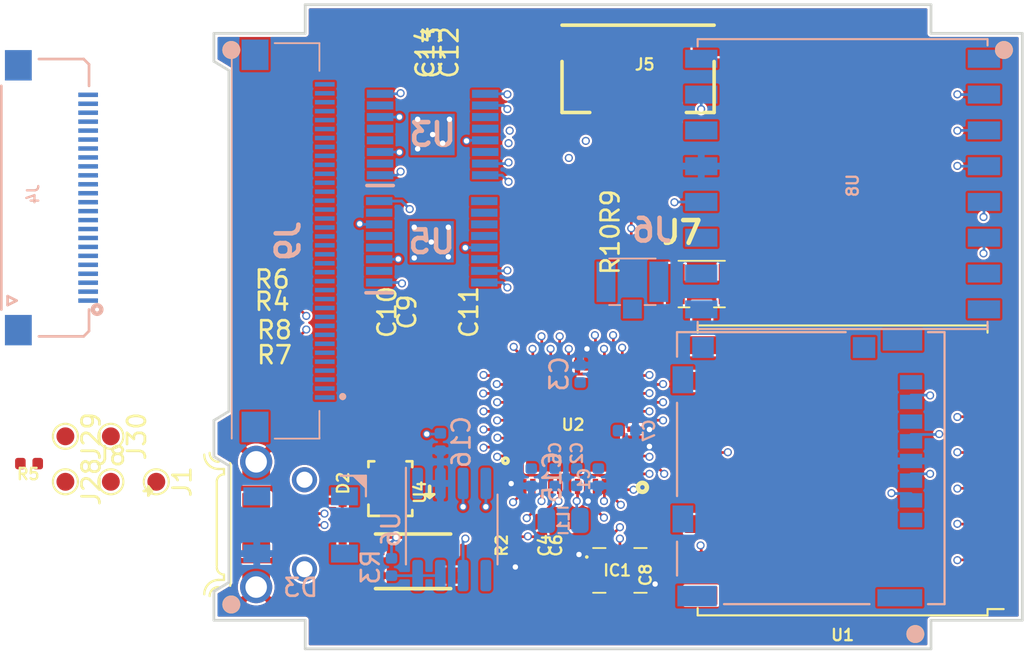
<source format=kicad_pcb>
(kicad_pcb (version 20171130) (host pcbnew "(5.1.4)-1")
  (title_block (title "Project Title"))
  (layers (0 Top power) (1 In1.Cu mixed) (2 In2.Cu mixed) (31 Bottom power) (34 B.Paste user hide) (35 F.Paste user hide) (36 B.SilkS user hide) (37 F.SilkS user hide) (38 B.Mask user hide) (39 F.Mask user hide) (44 Edge.Cuts user))
  (net 0 "")
  (net 1 GND)
  (net 2 /USB+)
  (net 3 /USB-)
  (net 4 VUSB)
  (net 5 /SWDIO)
  (net 6 /SWCLK)
  (net 7 MISO)
  (net 8 SCK)
  (net 9 MOSI)
  (net 10 "Net-(U4-PadB1)")
  (net 11 "Net-(L1-Pad1)")
  (net 12 +3V3)
  (net 13 "Net-(D2-Pad1)")
  (net 14 "Net-(J2-Pad4)")
  (net 15 "Net-(J3-Pad1)")
  (net 16 "Net-(U1-Pad11)")
  (net 17 "Net-(C2-Pad1)")
  (net 18 "Net-(U8-Pad7)")
  (net 19 "Net-(IC1-Pad11)")
  (net 20 "Net-(IC1-Pad10)")
  (net 21 "Net-(IC1-Pad9)")
  (net 22 "Net-(IC1-Pad4)")
  (net 23 "Net-(J3-Pad8)")
  (net 24 CS_SD)
  (net 25 "Net-(J4-Pad20)")
  (net 26 "Net-(J4-Pad19)")
  (net 27 "Net-(J4-Pad18)")
  (net 28 "Net-(J4-Pad17)")
  (net 29 "Net-(U1-Pad16)")
  (net 30 "Net-(U1-Pad14)")
  (net 31 RF2_BUSY)
  (net 32 "Net-(U1-Pad7)")
  (net 33 RF2_RST)
  (net 34 "Net-(R3-Pad2)")
  (net 35 ~RESET)
  (net 36 WDT_WDI)
  (net 37 "Net-(U6-Pad5)")
  (net 38 "Net-(U6-Pad1)")
  (net 39 BATT_N)
  (net 40 BATT_P)
  (net 41 SDA2)
  (net 42 SDA1)
  (net 43 SCL2)
  (net 44 SCL1)
  (net 45 COIL3N)
  (net 46 BURN2)
  (net 47 COIL3P)
  (net 48 BURN1)
  (net 49 COIL2N)
  (net 50 COIL2P)
  (net 51 COIL1N)
  (net 52 COIL1P)
  (net 53 3V3)
  (net 54 EN_CAM)
  (net 55 CS_CAM)
  (net 56 MINX_1)
  (net 57 MINX_2)
  (net 58 MINZ_2)
  (net 59 MINZ_1)
  (net 60 MOZ_1)
  (net 61 MOZ_2)
  (net 62 MOX_2)
  (net 63 MOX_1)
  (net 64 "Net-(J4-Pad5)")
  (net 65 "Net-(J5-Pad3)")
  (net 66 "Net-(J5-Pad10)")
  (net 67 "Net-(J4-Pad14)")
  (net 68 "Net-(J4-Pad13)")
  (net 69 "Net-(J6-Pad3)")
  (net 70 "Net-(J7-Pad3)")
  (net 71 MINY_1)
  (net 72 MINY_2)
  (net 73 "Net-(U5-Pad10)")
  (net 74 "Net-(U5-Pad9)")
  (net 75 "Net-(U5-Pad7)")
  (net 76 "Net-(U5-Pad5)")
  (net 77 MOY_2)
  (net 78 MOY_1)
  (net 79 RF2_CS)
  (net 80 RF2_IO1)
  (net 81 "Net-(U8-Pad16)")
  (net 82 RF1_IO1)
  (net 83 "Net-(U8-Pad14)")
  (net 84 RF1_BUSY)
  (net 85 "Net-(U8-Pad11)")
  (net 86 RF1_RST)
  (net 87 RF1_CS)
  (net 88 BATTERY)
  (net 89 BATT_STATUS)
  (net 90 M_FAULT)
  (net 91 M_EN)
  (net 92 "Net-(IC1-Pad1)")
  (net 93 "Net-(D3-Pad2)")
  (net 94 "Net-(D3-Pad4)")
  (net 95 "Net-(J9-Pad38)")
  (net 96 "Net-(J9-Pad37)")
  (net 97 "Net-(J9-Pad28)")
  (net 98 "Net-(J9-Pad27)")
  (net 99 "Net-(J9-Pad26)")
  (net 100 "Net-(J9-Pad25)")
  (net 101 "Net-(J9-Pad24)")
  (net 102 "Net-(J9-Pad23)")
  (net 103 "Net-(J9-Pad22)")
  (net 104 "Net-(J9-Pad21)")
  (net 105 "Net-(J9-Pad20)")
  (net 106 "Net-(J9-Pad19)")
  (net 107 "Net-(J9-Pad18)")
  (net 108 "Net-(J9-Pad17)")
  (net 109 "Net-(J9-Pad16)")
  (net 110 "Net-(J9-Pad15)")
  (net 111 "Net-(J9-Pad14)")
  (net 112 "Net-(J9-Pad13)")
  (net 113 "Net-(J9-Pad12)")
  (net 114 "Net-(J9-Pad11)")
  (net 115 "Net-(J9-Pad10)")
  (net 116 "Net-(J9-Pad9)")
  (net 117 "Net-(J9-Pad8)")
  (net 118 "Net-(J9-Pad7)")
  (net 119 "Net-(J9-Pad6)")
  (net 120 "Net-(J9-Pad5)")
  (net 121 "Net-(J9-Pad4)")
  (net 122 "Net-(J9-Pad3)")
  (net 123 "Net-(J9-Pad2)")
  (net 124 "Net-(J9-Pad1)")
  (net 125 "Net-(J4-Pad12)")
  (net 126 "Net-(J4-Pad10)")
  (net 127 "Net-(J4-Pad8)")
  (net 128 "Net-(J4-Pad6)")
  (net 129 "Net-(J4-Pad4)")
  (net 130 "Net-(J4-Pad3)")
  (net 131 COIL4P)
  (net 132 COIL4N)
  (module custom-footprints:XF2M36151A (layer Bottom) (at 80.772 86.741 90)
    (fp_text reference J9 (at 0 0 -90) (layer B.SilkS) (effects (font (size 1.27 1.27) (thickness 0.254)) (justify mirror)))
    (fp_text value XF2M36151A hide)
    (pad 38 smd rect (at 10.4 -1.85) (size 1.5 1.7) (layers Bottom B.Paste B.Mask) (net 95 "Net-(J9-Pad38)"))
    (pad 37 smd rect (at -10.4 -1.85) (size 1.5 1.7) (layers Bottom B.Paste B.Mask) (net 96 "Net-(J9-Pad37)"))
    (pad 36 smd rect (at 8.75 2.05 90) (size 0.25 1.1) (layers Bottom B.Paste B.Mask) (net 52 COIL1P))
    (pad 35 smd rect (at 8.25 2.05 90) (size 0.25 1.1) (layers Bottom B.Paste B.Mask) (net 51 COIL1N))
    (pad 34 smd rect (at 7.75 2.05 90) (size 0.25 1.1) (layers Bottom B.Paste B.Mask) (net 49 COIL2N))
    (pad 33 smd rect (at 7.25 2.05 90) (size 0.25 1.1) (layers Bottom B.Paste B.Mask) (net 50 COIL2P))
    (pad 32 smd rect (at 6.75 2.05 90) (size 0.25 1.1) (layers Bottom B.Paste B.Mask) (net 47 COIL3P))
    (pad 31 smd rect (at 6.25 2.05 90) (size 0.25 1.1) (layers Bottom B.Paste B.Mask) (net 45 COIL3N))
    (pad 30 smd rect (at 5.75 2.05 90) (size 0.25 1.1) (layers Bottom B.Paste B.Mask) (net 131 COIL4P))
    (pad 29 smd rect (at 5.25 2.05 90) (size 0.25 1.1) (layers Bottom B.Paste B.Mask) (net 132 COIL4N))
    (pad 28 smd rect (at 4.75 2.05 90) (size 0.25 1.1) (layers Bottom B.Paste B.Mask) (net 97 "Net-(J9-Pad28)"))
    (pad 27 smd rect (at 4.25 2.05 90) (size 0.25 1.1) (layers Bottom B.Paste B.Mask) (net 98 "Net-(J9-Pad27)"))
    (pad 26 smd rect (at 3.75 2.05 90) (size 0.25 1.1) (layers Bottom B.Paste B.Mask) (net 99 "Net-(J9-Pad26)"))
    (pad 25 smd rect (at 3.25 2.05 90) (size 0.25 1.1) (layers Bottom B.Paste B.Mask) (net 100 "Net-(J9-Pad25)"))
    (pad 24 smd rect (at 2.75 2.05 90) (size 0.25 1.1) (layers Bottom B.Paste B.Mask) (net 101 "Net-(J9-Pad24)"))
    (pad 23 smd rect (at 2.25 2.05 90) (size 0.25 1.1) (layers Bottom B.Paste B.Mask) (net 102 "Net-(J9-Pad23)"))
    (pad 22 smd rect (at 1.75 2.05 90) (size 0.25 1.1) (layers Bottom B.Paste B.Mask) (net 103 "Net-(J9-Pad22)"))
    (pad 21 smd rect (at 1.25 2.05 90) (size 0.25 1.1) (layers Bottom B.Paste B.Mask) (net 104 "Net-(J9-Pad21)"))
    (pad 20 smd rect (at 0.75 2.05 90) (size 0.25 1.1) (layers Bottom B.Paste B.Mask) (net 105 "Net-(J9-Pad20)"))
    (pad 19 smd rect (at 0.25 2.05 90) (size 0.25 1.1) (layers Bottom B.Paste B.Mask) (net 106 "Net-(J9-Pad19)"))
    (pad 18 smd rect (at -0.25 2.05 90) (size 0.25 1.1) (layers Bottom B.Paste B.Mask) (net 107 "Net-(J9-Pad18)"))
    (pad 17 smd rect (at -0.75 2.05 90) (size 0.25 1.1) (layers Bottom B.Paste B.Mask) (net 108 "Net-(J9-Pad17)"))
    (pad 16 smd rect (at -1.25 2.05 90) (size 0.25 1.1) (layers Bottom B.Paste B.Mask) (net 109 "Net-(J9-Pad16)"))
    (pad 15 smd rect (at -1.75 2.05 90) (size 0.25 1.1) (layers Bottom B.Paste B.Mask) (net 110 "Net-(J9-Pad15)"))
    (pad 14 smd rect (at -2.25 2.05 90) (size 0.25 1.1) (layers Bottom B.Paste B.Mask) (net 111 "Net-(J9-Pad14)"))
    (pad 13 smd rect (at -2.75 2.05 90) (size 0.25 1.1) (layers Bottom B.Paste B.Mask) (net 112 "Net-(J9-Pad13)"))
    (pad 12 smd rect (at -3.25 2.05 90) (size 0.25 1.1) (layers Bottom B.Paste B.Mask) (net 113 "Net-(J9-Pad12)"))
    (pad 11 smd rect (at -3.75 2.05 90) (size 0.25 1.1) (layers Bottom B.Paste B.Mask) (net 114 "Net-(J9-Pad11)"))
    (pad 10 smd rect (at -4.25 2.05 90) (size 0.25 1.1) (layers Bottom B.Paste B.Mask) (net 115 "Net-(J9-Pad10)"))
    (pad 9 smd rect (at -4.75 2.05 90) (size 0.25 1.1) (layers Bottom B.Paste B.Mask) (net 116 "Net-(J9-Pad9)"))
    (pad 8 smd rect (at -5.25 2.05 90) (size 0.25 1.1) (layers Bottom B.Paste B.Mask) (net 117 "Net-(J9-Pad8)"))
    (pad 7 smd rect (at -5.75 2.05 90) (size 0.25 1.1) (layers Bottom B.Paste B.Mask) (net 118 "Net-(J9-Pad7)"))
    (pad 6 smd rect (at -6.25 2.05 90) (size 0.25 1.1) (layers Bottom B.Paste B.Mask) (net 119 "Net-(J9-Pad6)"))
    (pad 5 smd rect (at -6.75 2.05 90) (size 0.25 1.1) (layers Bottom B.Paste B.Mask) (net 120 "Net-(J9-Pad5)"))
    (pad 4 smd rect (at -7.25 2.05 90) (size 0.25 1.1) (layers Bottom B.Paste B.Mask) (net 121 "Net-(J9-Pad4)"))
    (pad 3 smd rect (at -7.75 2.05 90) (size 0.25 1.1) (layers Bottom B.Paste B.Mask) (net 122 "Net-(J9-Pad3)"))
    (pad 2 smd rect (at -8.25 2.05 90) (size 0.25 1.1) (layers Bottom B.Paste B.Mask) (net 123 "Net-(J9-Pad2)"))
    (pad 1 smd rect (at -8.75 2.05 90) (size 0.25 1.1) (layers Bottom B.Paste B.Mask) (net 124 "Net-(J9-Pad1)"))
  )
  (module LED_SMD:LED_WS2812B_PLCC4_5.0x5.0mm_P3.2mm (layer Bottom) (at 81.4705 102.616)
    (fp_text reference D3 (at 0 3.5) (layer B.SilkS) (effects (justify mirror)))
    (fp_text value WS2812B)
    (pad 1 smd rect (at -2.45 1.6) (size 1.5 1) (layers Bottom B.Paste B.Mask) (net 12 +3V3))
    (pad 2 smd rect (at -2.45 -1.6) (size 1.5 1) (layers Bottom B.Paste B.Mask) (net 93 "Net-(D3-Pad2)"))
    (pad 4 smd rect (at 2.45 1.6) (size 1.5 1) (layers Bottom B.Paste B.Mask) (net 94 "Net-(D3-Pad4)"))
    (pad 3 smd rect (at 2.45 -1.6) (size 1.5 1) (layers Bottom B.Paste B.Mask) (net 1 GND))
  )
  (module Resistor_SMD:R_0402_1005Metric (layer Top) (at 99.949 87.1855 90)
    (fp_text reference R10 (at 0 -1.17 90) (layer F.SilkS))
    (fp_text value 100K)
    (pad 2 smd roundrect (at 0.485 0 90) (size 0.59 0.64) (layers Top F.Paste F.Mask) (net 88 BATTERY))
    (pad 1 smd roundrect (at -0.485 0 90) (size 0.59 0.64) (layers Top F.Paste F.Mask) (net 1 GND))
  )
  (module Resistor_SMD:R_0402_1005Metric (layer Top) (at 99.949 84.836 90)
    (fp_text reference R9 (at 0 -1.17 90) (layer F.SilkS))
    (fp_text value 100K)
    (pad 2 smd roundrect (at 0.485 0 90) (size 0.59 0.64) (layers Top F.Paste F.Mask) (net 40 BATT_P))
    (pad 1 smd roundrect (at -0.485 0 90) (size 0.59 0.64) (layers Top F.Paste F.Mask) (net 88 BATTERY))
  )
  (module Capacitor_SMD:C_0402_1005Metric (layer Bottom) (at 89.281 97.9805 90)
    (fp_text reference C16 (at 0 1.17 90) (layer B.SilkS) (effects (justify mirror)))
    (fp_text value 0.1uF)
    (pad 2 smd roundrect (at 0.485 0 90) (size 0.59 0.64) (layers Bottom B.Paste B.Mask) (net 1 GND))
    (pad 1 smd roundrect (at -0.485 0 90) (size 0.59 0.64) (layers Bottom B.Paste B.Mask) (net 12 +3V3))
  )
  (module custom-footprints:Fiducial_1mm_Silkscreen (layer Top) (at 115.824 108.712)
    (fp_text reference FID4 hide)
    (fp_text value Fiducial)
    (pad "" connect circle (at 0 0) (size 1 1) (layers *.SilkS))
  )
  (module custom-footprints:Fiducial_1mm_Silkscreen (layer Top) (at 120.777 76.073)
    (fp_text reference FID3 hide)
    (fp_text value Fiducial)
    (pad "" connect circle (at 0 0) (size 1 1) (layers *.SilkS))
  )
  (module custom-footprints:Fiducial_1mm_Silkscreen (layer Top) (at 77.597 107.061)
    (fp_text reference FID2 hide)
    (fp_text value Fiducial)
    (pad "" connect circle (at 0 0) (size 1 1) (layers *.SilkS))
  )
  (module custom-footprints:Fiducial_1mm_Silkscreen (layer Top) (at 77.597 76.073)
    (fp_text reference FID1 hide)
    (fp_text value Fiducial)
    (pad "" connect circle (at 0 0) (size 1 1) (layers *.SilkS))
  )
  (module TestPoint:TestPoint_Pad_D1.0mm (layer Top) (at 70.866 97.663 270)
    (fp_text reference J30 (at 0 -1.448 90) (layer F.SilkS))
    (fp_text value Conn_01x01)
    (pad 1 smd circle (at 0 0 270) (size 1 1) (layers Top F.Mask) (net 1 GND))
  )
  (module TestPoint:TestPoint_Pad_D1.0mm (layer Top) (at 68.326 97.663 270)
    (fp_text reference J29 (at 0 -1.448 90) (layer F.SilkS))
    (fp_text value Conn_01x01)
    (pad 1 smd circle (at 0 0 270) (size 1 1) (layers Top F.Mask) (net 12 +3V3))
  )
  (module TestPoint:TestPoint_Pad_D1.0mm (layer Top) (at 68.326 100.203 270)
    (fp_text reference J28 (at 0 -1.448 90) (layer F.SilkS))
    (fp_text value Conn_01x01)
    (pad 1 smd circle (at 0 0 270) (size 1 1) (layers Top F.Mask) (net 6 /SWCLK))
  )
  (module TestPoint:TestPoint_Pad_D1.0mm (layer Top) (at 70.866 100.203)
    (fp_text reference J8 (at 0 -1.448) (layer F.SilkS))
    (fp_text value Conn_01x01)
    (pad 1 smd circle (at 0 0) (size 1 1) (layers Top F.Mask) (net 35 ~RESET))
  )
  (module TestPoint:TestPoint_Pad_D1.0mm (layer Top) (at 73.406 100.203 270)
    (fp_text reference J1 (at 0 -1.448 90) (layer F.SilkS))
    (fp_text value Conn_01x01)
    (pad 1 smd circle (at 0 0 270) (size 1 1) (layers Top F.Mask) (net 5 /SWDIO))
  )
  (module custom-footprints:U.FL-R-SMT-1 (layer Top) (at 103.886 89.154)
    (fp_text reference J7 (at -1.09467 -2.881) (layer F.SilkS) (effects (font (size 1.27 1.27) (thickness 0.254))))
    (fp_text value U.FL-R-SMT-1 hide)
    (pad 3 smd rect (at 0 1.525 90) (size 1.05 1.05) (layers Top F.Paste F.Mask) (net 70 "Net-(J7-Pad3)"))
    (pad 2 smd rect (at 1.475 0) (size 1.05 2.25) (layers Top F.Paste F.Mask) (net 1 GND))
    (pad 1 smd rect (at -1.475 0) (size 1.05 2.25) (layers Top F.Paste F.Mask) (net 1 GND))
  )
  (module custom-footprints:U.FL-R-SMT-1 (layer Bottom) (at 100.0125 89.027 180)
    (fp_text reference J6 (at -1.09467 2.881) (layer B.SilkS) (effects (font (size 1.27 1.27) (thickness 0.254)) (justify mirror)))
    (fp_text value U.FL-R-SMT-1 hide)
    (pad 3 smd rect (at 0 -1.525 90) (size 1.05 1.05) (layers Bottom B.Paste B.Mask) (net 69 "Net-(J6-Pad3)"))
    (pad 2 smd rect (at 1.475 0 180) (size 1.05 2.25) (layers Bottom B.Paste B.Mask) (net 1 GND))
    (pad 1 smd rect (at -1.475 0 180) (size 1.05 2.25) (layers Bottom B.Paste B.Mask) (net 1 GND))
  )
  (module Capacitor_SMD:C_0402_1005Metric (layer Bottom) (at 94.361 99.95154 90)
    (fp_text reference C15 (at 0 1.17 90) (layer B.SilkS) (effects (justify mirror)))
    (fp_text value 0.1uF)
    (pad 2 smd roundrect (at 0.485 0 90) (size 0.59 0.64) (layers Bottom B.Paste B.Mask) (net 1 GND))
    (pad 1 smd roundrect (at -0.485 0 90) (size 0.59 0.64) (layers Bottom B.Paste B.Mask) (net 12 +3V3))
  )
  (module Capacitor_SMD:C_0402_1005Metric (layer Bottom) (at 97.0915 94.1705 270)
    (fp_text reference C3 (at 0 1.17 90) (layer B.SilkS) (effects (justify mirror)))
    (fp_text value 1uF)
    (pad 2 smd roundrect (at 0.485 0 270) (size 0.59 0.64) (layers Bottom B.Paste B.Mask) (net 1 GND))
    (pad 1 smd roundrect (at -0.485 0 270) (size 0.59 0.64) (layers Bottom B.Paste B.Mask) (net 12 +3V3))
  )
  (module Resistor_SMD:R_0402_1005Metric (layer Top) (at 93.472 103.759 270)
    (fp_text reference R2 (at 0 0.762 270) (layer F.SilkS) (effects (font (size 0.635 0.635) (thickness 0.127))))
    (fp_text value 10K)
    (pad 2 smd roundrect (at 0.485 0 270) (size 0.59 0.64) (layers Top F.Paste F.Mask) (net 12 +3V3))
    (pad 1 smd roundrect (at -0.485 0 270) (size 0.59 0.64) (layers Top F.Paste F.Mask) (net 35 ~RESET))
  )
  (module Capacitor_SMD:C_0402_1005Metric (layer Top) (at 88.6079 76.2127 270)
    (fp_text reference C12 (at 0 -1.17 270) (layer F.SilkS))
    (fp_text value 0.1uF)
    (pad 2 smd roundrect (at 0.485 0 270) (size 0.59 0.64) (layers Top F.Paste F.Mask) (net 1 GND))
    (pad 1 smd roundrect (at -0.485 0 270) (size 0.59 0.64) (layers Top F.Paste F.Mask) (net 40 BATT_P))
  )
  (module "KiCAD Libraries:SOP65P640X120-17N" (layer Bottom) (at 88.7984 86.7918)
    (fp_text reference U5 (at 0 0) (layer B.SilkS) (effects (font (size 1.27 1.27) (thickness 0.254)) (justify mirror)))
    (fp_text value DRV8848 hide)
    (pad 17 smd rect (at 0 0 270) (size 2.31 2.46) (layers Bottom B.Paste B.Mask) (net 1 GND))
    (pad 16 smd rect (at 2.938 2.275 270) (size 0.45 1.475) (layers Bottom B.Paste B.Mask) (net 71 MINY_1))
    (pad 15 smd rect (at 2.938 1.625 270) (size 0.45 1.475) (layers Bottom B.Paste B.Mask) (net 72 MINY_2))
    (pad 14 smd rect (at 2.938 0.975 270) (size 0.45 1.475) (layers Bottom B.Paste B.Mask) (net 53 3V3))
    (pad 13 smd rect (at 2.938 0.325 270) (size 0.45 1.475) (layers Bottom B.Paste B.Mask) (net 1 GND))
    (pad 12 smd rect (at 2.938 -0.325 270) (size 0.45 1.475) (layers Bottom B.Paste B.Mask) (net 40 BATT_P))
    (pad 11 smd rect (at 2.938 -0.975 270) (size 0.45 1.475) (layers Bottom B.Paste B.Mask) (net 53 3V3))
    (pad 10 smd rect (at 2.938 -1.625 270) (size 0.45 1.475) (layers Bottom B.Paste B.Mask) (net 73 "Net-(U5-Pad10)"))
    (pad 9 smd rect (at 2.938 -2.275 270) (size 0.45 1.475) (layers Bottom B.Paste B.Mask) (net 74 "Net-(U5-Pad9)"))
    (pad 8 smd rect (at -2.938 -2.275 270) (size 0.45 1.475) (layers Bottom B.Paste B.Mask) (net 90 M_FAULT))
    (pad 7 smd rect (at -2.938 -1.625 270) (size 0.45 1.475) (layers Bottom B.Paste B.Mask) (net 75 "Net-(U5-Pad7)"))
    (pad 6 smd rect (at -2.938 -0.975 270) (size 0.45 1.475) (layers Bottom B.Paste B.Mask) (net 1 GND))
    (pad 5 smd rect (at -2.938 -0.325 270) (size 0.45 1.475) (layers Bottom B.Paste B.Mask) (net 76 "Net-(U5-Pad5)"))
    (pad 4 smd rect (at -2.938 0.325 270) (size 0.45 1.475) (layers Bottom B.Paste B.Mask) (net 77 MOY_2))
    (pad 3 smd rect (at -2.938 0.975 270) (size 0.45 1.475) (layers Bottom B.Paste B.Mask) (net 1 GND))
    (pad 2 smd rect (at -2.938 1.625 270) (size 0.45 1.475) (layers Bottom B.Paste B.Mask) (net 78 MOY_1))
    (pad 1 smd rect (at -2.938 2.275 270) (size 0.45 1.475) (layers Bottom B.Paste B.Mask) (net 91 M_EN))
  )
  (module "KiCAD Libraries:SOP65P640X120-17N" (layer Bottom) (at 88.8492 80.7974)
    (fp_text reference U3 (at 0 0) (layer B.SilkS) (effects (font (size 1.27 1.27) (thickness 0.254)) (justify mirror)))
    (fp_text value DRV8848 hide)
    (pad 17 smd rect (at 0 0 270) (size 2.31 2.46) (layers Bottom B.Paste B.Mask) (net 1 GND))
    (pad 16 smd rect (at 2.938 2.275 270) (size 0.45 1.475) (layers Bottom B.Paste B.Mask) (net 56 MINX_1))
    (pad 15 smd rect (at 2.938 1.625 270) (size 0.45 1.475) (layers Bottom B.Paste B.Mask) (net 57 MINX_2))
    (pad 14 smd rect (at 2.938 0.975 270) (size 0.45 1.475) (layers Bottom B.Paste B.Mask) (net 53 3V3))
    (pad 13 smd rect (at 2.938 0.325 270) (size 0.45 1.475) (layers Bottom B.Paste B.Mask) (net 1 GND))
    (pad 12 smd rect (at 2.938 -0.325 270) (size 0.45 1.475) (layers Bottom B.Paste B.Mask) (net 40 BATT_P))
    (pad 11 smd rect (at 2.938 -0.975 270) (size 0.45 1.475) (layers Bottom B.Paste B.Mask) (net 53 3V3))
    (pad 10 smd rect (at 2.938 -1.625 270) (size 0.45 1.475) (layers Bottom B.Paste B.Mask) (net 58 MINZ_2))
    (pad 9 smd rect (at 2.938 -2.275 270) (size 0.45 1.475) (layers Bottom B.Paste B.Mask) (net 59 MINZ_1))
    (pad 8 smd rect (at -2.938 -2.275 270) (size 0.45 1.475) (layers Bottom B.Paste B.Mask) (net 90 M_FAULT))
    (pad 7 smd rect (at -2.938 -1.625 270) (size 0.45 1.475) (layers Bottom B.Paste B.Mask) (net 60 MOZ_1))
    (pad 6 smd rect (at -2.938 -0.975 270) (size 0.45 1.475) (layers Bottom B.Paste B.Mask) (net 1 GND))
    (pad 5 smd rect (at -2.938 -0.325 270) (size 0.45 1.475) (layers Bottom B.Paste B.Mask) (net 61 MOZ_2))
    (pad 4 smd rect (at -2.938 0.325 270) (size 0.45 1.475) (layers Bottom B.Paste B.Mask) (net 62 MOX_2))
    (pad 3 smd rect (at -2.938 0.975 270) (size 0.45 1.475) (layers Bottom B.Paste B.Mask) (net 1 GND))
    (pad 2 smd rect (at -2.938 1.625 270) (size 0.45 1.475) (layers Bottom B.Paste B.Mask) (net 63 MOX_1))
    (pad 1 smd rect (at -2.938 2.275 270) (size 0.45 1.475) (layers Bottom B.Paste B.Mask) (net 91 M_EN))
  )
  (module ATSAMD51G19A-MU:QFN50P700X700X90-49N-D (layer Top) (at 96.6978 97.0153 180)
    (fp_text reference U2 (at 0 0 180) (layer F.SilkS) (effects (font (size 0.635 0.635) (thickness 0.127))))
    (fp_text value ATSAMD51G_TQFN48 hide)
    (pad 1 smd rect (at -3.45 -2.75 270) (size 0.3 0.85) (layers Top F.Paste F.Mask) (net 42 SDA1))
    (pad 2 smd rect (at -3.45 -2.25 270) (size 0.3 0.85) (layers Top F.Paste F.Mask) (net 44 SCL1))
    (pad 3 smd rect (at -3.45 -1.75 270) (size 0.3 0.85) (layers Top F.Paste F.Mask) (net 80 RF2_IO1))
    (pad 4 smd rect (at -3.45 -1.25 270) (size 0.3 0.85) (layers Top F.Paste F.Mask) (net 12 +3V3))
    (pad 5 smd rect (at -3.45 -0.75 270) (size 0.3 0.85) (layers Top F.Paste F.Mask) (net 1 GND))
    (pad 6 smd rect (at -3.45 -0.25 270) (size 0.3 0.85) (layers Top F.Paste F.Mask) (net 12 +3V3))
    (pad 7 smd rect (at -3.45 0.25 270) (size 0.3 0.85) (layers Top F.Paste F.Mask) (net 33 RF2_RST))
    (pad 8 smd rect (at -3.45 0.75 270) (size 0.3 0.85) (layers Top F.Paste F.Mask) (net 86 RF1_RST))
    (pad 9 smd rect (at -3.45 1.25 270) (size 0.3 0.85) (layers Top F.Paste F.Mask) (net 87 RF1_CS))
    (pad 10 smd rect (at -3.45 1.75 270) (size 0.3 0.85) (layers Top F.Paste F.Mask) (net 88 BATTERY))
    (pad 11 smd rect (at -3.45 2.25 270) (size 0.3 0.85) (layers Top F.Paste F.Mask) (net 84 RF1_BUSY))
    (pad 12 smd rect (at -3.45 2.75 270) (size 0.3 0.85) (layers Top F.Paste F.Mask) (net 82 RF1_IO1))
    (pad 13 smd rect (at -2.75 3.45 180) (size 0.3 0.85) (layers Top F.Paste F.Mask) (net 9 MOSI))
    (pad 14 smd rect (at -2.25 3.45 180) (size 0.3 0.85) (layers Top F.Paste F.Mask) (net 8 SCK))
    (pad 15 smd rect (at -1.75 3.45 180) (size 0.3 0.85) (layers Top F.Paste F.Mask) (net 7 MISO))
    (pad 16 smd rect (at -1.25 3.45 180) (size 0.3 0.85) (layers Top F.Paste F.Mask) (net 54 EN_CAM))
    (pad 17 smd rect (at -0.75 3.45 180) (size 0.3 0.85) (layers Top F.Paste F.Mask) (net 12 +3V3))
    (pad 18 smd rect (at -0.25 3.45 180) (size 0.3 0.85) (layers Top F.Paste F.Mask) (net 1 GND))
    (pad 19 smd rect (at 0.25 3.45 180) (size 0.3 0.85) (layers Top F.Paste F.Mask) (net 55 CS_CAM))
    (pad 20 smd rect (at 0.75 3.45 180) (size 0.3 0.85) (layers Top F.Paste F.Mask) (net 59 MINZ_1))
    (pad 21 smd rect (at 1.25 3.45 180) (size 0.3 0.85) (layers Top F.Paste F.Mask) (net 58 MINZ_2))
    (pad 22 smd rect (at 1.75 3.45 180) (size 0.3 0.85) (layers Top F.Paste F.Mask) (net 57 MINX_2))
    (pad 23 smd rect (at 2.25 3.45 180) (size 0.3 0.85) (layers Top F.Paste F.Mask) (net 56 MINX_1))
    (pad 24 smd rect (at 2.75 3.45 180) (size 0.3 0.85) (layers Top F.Paste F.Mask) (net 71 MINY_1))
    (pad 25 smd rect (at 3.45 2.75 270) (size 0.3 0.85) (layers Top F.Paste F.Mask) (net 43 SCL2))
    (pad 26 smd rect (at 3.45 2.25 270) (size 0.3 0.85) (layers Top F.Paste F.Mask) (net 41 SDA2))
    (pad 27 smd rect (at 3.45 1.75 270) (size 0.3 0.85) (layers Top F.Paste F.Mask) (net 89 BATT_STATUS))
    (pad 28 smd rect (at 3.45 1.25 270) (size 0.3 0.85) (layers Top F.Paste F.Mask) (net 91 M_EN))
    (pad 29 smd rect (at 3.45 0.75 270) (size 0.3 0.85) (layers Top F.Paste F.Mask) (net 46 BURN2))
    (pad 30 smd rect (at 3.45 0.25 270) (size 0.3 0.85) (layers Top F.Paste F.Mask) (net 90 M_FAULT))
    (pad 31 smd rect (at 3.45 -0.25 270) (size 0.3 0.85) (layers Top F.Paste F.Mask) (net 48 BURN1))
    (pad 32 smd rect (at 3.45 -0.75 270) (size 0.3 0.85) (layers Top F.Paste F.Mask) (net 72 MINY_2))
    (pad 33 smd rect (at 3.45 -1.25 270) (size 0.3 0.85) (layers Top F.Paste F.Mask) (net 3 /USB-))
    (pad 34 smd rect (at 3.45 -1.75 270) (size 0.3 0.85) (layers Top F.Paste F.Mask) (net 2 /USB+))
    (pad 35 smd rect (at 3.45 -2.25 270) (size 0.3 0.85) (layers Top F.Paste F.Mask) (net 1 GND))
    (pad 36 smd rect (at 3.45 -2.75 270) (size 0.3 0.85) (layers Top F.Paste F.Mask) (net 12 +3V3))
    (pad 37 smd rect (at 2.75 -3.45 180) (size 0.3 0.85) (layers Top F.Paste F.Mask) (net 94 "Net-(D3-Pad4)"))
    (pad 38 smd rect (at 2.25 -3.45 180) (size 0.3 0.85) (layers Top F.Paste F.Mask) (net 36 WDT_WDI))
    (pad 39 smd rect (at 1.75 -3.45 180) (size 0.3 0.85) (layers Top F.Paste F.Mask) (net 31 RF2_BUSY))
    (pad 40 smd rect (at 1.25 -3.45 180) (size 0.3 0.85) (layers Top F.Paste F.Mask) (net 35 ~RESET))
    (pad 41 smd rect (at 0.75 -3.45 180) (size 0.3 0.85) (layers Top F.Paste F.Mask) (net 17 "Net-(C2-Pad1)"))
    (pad 42 smd rect (at 0.25 -3.45 180) (size 0.3 0.85) (layers Top F.Paste F.Mask) (net 1 GND))
    (pad 43 smd rect (at -0.25 -3.45 180) (size 0.3 0.85) (layers Top F.Paste F.Mask) (net 11 "Net-(L1-Pad1)"))
    (pad 44 smd rect (at -0.75 -3.45 180) (size 0.3 0.85) (layers Top F.Paste F.Mask) (net 12 +3V3))
    (pad 45 smd rect (at -1.25 -3.45 180) (size 0.3 0.85) (layers Top F.Paste F.Mask) (net 6 /SWCLK))
    (pad 46 smd rect (at -1.75 -3.45 180) (size 0.3 0.85) (layers Top F.Paste F.Mask) (net 5 /SWDIO))
    (pad 47 smd rect (at -2.25 -3.45 180) (size 0.3 0.85) (layers Top F.Paste F.Mask) (net 24 CS_SD))
    (pad 48 smd rect (at -2.75 -3.45 180) (size 0.3 0.85) (layers Top F.Paste F.Mask) (net 79 RF2_CS))
    (pad 49 smd rect (at 0 0 180) (size 5.25 5.25) (layers Top F.Paste F.Mask) (net 1 GND))
  )
  (module RF_Module:HOPERF_RFM9XW_SMD (layer Bottom) (at 111.76 83.566 180)
    (fp_text reference U8 (at -0.5588 -0.0762 90) (layer B.SilkS) (effects (font (size 0.635 0.635) (thickness 0.127)) (justify mirror)))
    (fp_text value RFM95W-915S2)
    (pad 16 smd rect (at 7.9 7 180) (size 1.8 1) (layers Bottom B.Paste B.Mask) (net 81 "Net-(U8-Pad16)"))
    (pad 15 smd rect (at 7.9 5 180) (size 1.8 1) (layers Bottom B.Paste B.Mask) (net 82 RF1_IO1))
    (pad 14 smd rect (at 7.9 3 180) (size 1.8 1) (layers Bottom B.Paste B.Mask) (net 83 "Net-(U8-Pad14)"))
    (pad 13 smd rect (at 7.9 1 180) (size 1.8 1) (layers Bottom B.Paste B.Mask) (net 12 +3V3))
    (pad 12 smd rect (at 7.9 -1 180) (size 1.8 1) (layers Bottom B.Paste B.Mask) (net 84 RF1_BUSY))
    (pad 11 smd rect (at 7.9 -3 180) (size 1.8 1) (layers Bottom B.Paste B.Mask) (net 85 "Net-(U8-Pad11)"))
    (pad 10 smd rect (at 7.9 -5 180) (size 1.8 1) (layers Bottom B.Paste B.Mask) (net 1 GND))
    (pad 9 smd rect (at 7.9 -7 180) (size 1.8 1) (layers Bottom B.Paste B.Mask) (net 69 "Net-(J6-Pad3)"))
    (pad 8 smd rect (at -7.9 -7 180) (size 1.8 1) (layers Bottom B.Paste B.Mask) (net 1 GND))
    (pad 7 smd rect (at -7.9 -5 180) (size 1.8 1) (layers Bottom B.Paste B.Mask) (net 18 "Net-(U8-Pad7)"))
    (pad 6 smd rect (at -7.9 -3 180) (size 1.8 1) (layers Bottom B.Paste B.Mask) (net 86 RF1_RST))
    (pad 5 smd rect (at -7.9 -1 180) (size 1.8 1) (layers Bottom B.Paste B.Mask) (net 87 RF1_CS))
    (pad 4 smd rect (at -7.9 1 180) (size 1.8 1) (layers Bottom B.Paste B.Mask) (net 8 SCK))
    (pad 3 smd rect (at -7.9 3 180) (size 1.8 1) (layers Bottom B.Paste B.Mask) (net 9 MOSI))
    (pad 2 smd rect (at -7.9 5 180) (size 1.8 1) (layers Bottom B.Paste B.Mask) (net 7 MISO))
    (pad 1 smd rect (at -7.9 7 180) (size 1.8 1) (layers Bottom B.Paste B.Mask) (net 1 GND))
  )
  (module RF_Module:HOPERF_RFM9XW_SMD (layer Top) (at 111.76 99.568 180)
    (fp_text reference U1 (at 0 -9.2) (layer F.SilkS) (effects (font (size 0.635 0.635) (thickness 0.127))))
    (fp_text value RFM95W-915S2)
    (pad 1 smd rect (at -7.9 -7 180) (size 1.8 1) (layers Top F.Paste F.Mask) (net 1 GND))
    (pad 2 smd rect (at -7.9 -5 180) (size 1.8 1) (layers Top F.Paste F.Mask) (net 7 MISO))
    (pad 3 smd rect (at -7.9 -3 180) (size 1.8 1) (layers Top F.Paste F.Mask) (net 9 MOSI))
    (pad 4 smd rect (at -7.9 -1 180) (size 1.8 1) (layers Top F.Paste F.Mask) (net 8 SCK))
    (pad 5 smd rect (at -7.9 1 180) (size 1.8 1) (layers Top F.Paste F.Mask) (net 79 RF2_CS))
    (pad 6 smd rect (at -7.9 3 180) (size 1.8 1) (layers Top F.Paste F.Mask) (net 33 RF2_RST))
    (pad 7 smd rect (at -7.9 5 180) (size 1.8 1) (layers Top F.Paste F.Mask) (net 32 "Net-(U1-Pad7)"))
    (pad 8 smd rect (at -7.9 7 180) (size 1.8 1) (layers Top F.Paste F.Mask) (net 1 GND))
    (pad 9 smd rect (at 7.9 7 180) (size 1.8 1) (layers Top F.Paste F.Mask) (net 70 "Net-(J7-Pad3)"))
    (pad 10 smd rect (at 7.9 5 180) (size 1.8 1) (layers Top F.Paste F.Mask) (net 1 GND))
    (pad 11 smd rect (at 7.9 3 180) (size 1.8 1) (layers Top F.Paste F.Mask) (net 16 "Net-(U1-Pad11)"))
    (pad 12 smd rect (at 7.9 1 180) (size 1.8 1) (layers Top F.Paste F.Mask) (net 31 RF2_BUSY))
    (pad 13 smd rect (at 7.9 -1 180) (size 1.8 1) (layers Top F.Paste F.Mask) (net 12 +3V3))
    (pad 14 smd rect (at 7.9 -3 180) (size 1.8 1) (layers Top F.Paste F.Mask) (net 30 "Net-(U1-Pad14)"))
    (pad 15 smd rect (at 7.9 -5 180) (size 1.8 1) (layers Top F.Paste F.Mask) (net 80 RF2_IO1))
    (pad 16 smd rect (at 7.9 -7 180) (size 1.8 1) (layers Top F.Paste F.Mask) (net 29 "Net-(U1-Pad16)"))
  )
  (module custom-footprints:BMX160 (layer Top) (at 99.314 105.156 180)
    (fp_text reference IC1 (at 0.15 0) (layer F.SilkS) (effects (font (size 0.635 0.635) (thickness 0.127))))
    (fp_text value BMX160 hide)
    (pad 14 smd rect (at 0.5 1.012 180) (size 0.25 0.675) (layers Top F.Paste F.Mask) (net 42 SDA1))
    (pad 13 smd rect (at 0 1.012 180) (size 0.25 0.675) (layers Top F.Paste F.Mask) (net 44 SCL1))
    (pad 12 smd rect (at -0.5 1.012 180) (size 0.25 0.675) (layers Top F.Paste F.Mask) (net 12 +3V3))
    (pad 11 smd rect (at -1.262 0.75 270) (size 0.25 0.675) (layers Top F.Paste F.Mask) (net 19 "Net-(IC1-Pad11)"))
    (pad 10 smd rect (at -1.262 0.25 270) (size 0.25 0.675) (layers Top F.Paste F.Mask) (net 20 "Net-(IC1-Pad10)"))
    (pad 9 smd rect (at -1.262 -0.25 270) (size 0.25 0.675) (layers Top F.Paste F.Mask) (net 21 "Net-(IC1-Pad9)"))
    (pad 8 smd rect (at -1.262 -0.75 270) (size 0.25 0.675) (layers Top F.Paste F.Mask) (net 12 +3V3))
    (pad 7 smd rect (at -0.5 -1.012 180) (size 0.25 0.675) (layers Top F.Paste F.Mask) (net 1 GND))
    (pad 6 smd rect (at 0 -1.012 180) (size 0.25 0.675) (layers Top F.Paste F.Mask) (net 1 GND))
    (pad 5 smd rect (at 0.5 -1.012 180) (size 0.25 0.675) (layers Top F.Paste F.Mask) (net 12 +3V3))
    (pad 4 smd rect (at 1.262 -0.75 270) (size 0.25 0.675) (layers Top F.Paste F.Mask) (net 22 "Net-(IC1-Pad4)"))
    (pad 3 smd rect (at 1.262 -0.25 270) (size 0.25 0.675) (layers Top F.Paste F.Mask) (net 1 GND))
    (pad 2 smd rect (at 1.262 0.25 270) (size 0.25 0.675) (layers Top F.Paste F.Mask) (net 1 GND))
    (pad 1 smd rect (at 1.262 0.75 270) (size 0.25 0.675) (layers Top F.Paste F.Mask) (net 92 "Net-(IC1-Pad1)"))
  )
  (module Package_SO:SO-8_3.9x4.9mm_P1.27mm (layer Bottom) (at 89.916 102.87 270)
    (fp_text reference U6 (at 0 3.4 90) (layer B.SilkS) (effects (justify mirror)))
    (fp_text value MAX708RESA-T)
    (pad 8 smd roundrect (at 2.575 1.905 270) (size 1.75 0.6) (layers Bottom B.Paste B.Mask) (net 34 "Net-(R3-Pad2)"))
    (pad 7 smd roundrect (at 2.575 0.635 270) (size 1.75 0.6) (layers Bottom B.Paste B.Mask) (net 34 "Net-(R3-Pad2)"))
    (pad 6 smd roundrect (at 2.575 -0.635 270) (size 1.75 0.6) (layers Bottom B.Paste B.Mask) (net 36 WDT_WDI))
    (pad 5 smd roundrect (at 2.575 -1.905 270) (size 1.75 0.6) (layers Bottom B.Paste B.Mask) (net 37 "Net-(U6-Pad5)"))
    (pad 4 smd roundrect (at -2.575 -1.905 270) (size 1.75 0.6) (layers Bottom B.Paste B.Mask) (net 1 GND))
    (pad 3 smd roundrect (at -2.575 -0.635 270) (size 1.75 0.6) (layers Bottom B.Paste B.Mask) (net 1 GND))
    (pad 2 smd roundrect (at -2.575 0.635 270) (size 1.75 0.6) (layers Bottom B.Paste B.Mask) (net 12 +3V3))
    (pad 1 smd roundrect (at -2.575 1.905 270) (size 1.75 0.6) (layers Bottom B.Paste B.Mask) (net 38 "Net-(U6-Pad1)"))
  )
  (module Resistor_SMD:R_0402_1005Metric (layer Bottom) (at 86.5505 104.9655 270)
    (fp_text reference R3 (at 0 1.17 270) (layer B.SilkS) (effects (justify mirror)))
    (fp_text value 10K)
    (pad 2 smd roundrect (at 0.485 0 270) (size 0.59 0.64) (layers Bottom B.Paste B.Mask) (net 34 "Net-(R3-Pad2)"))
    (pad 1 smd roundrect (at -0.485 0 270) (size 0.59 0.64) (layers Bottom B.Paste B.Mask) (net 35 ~RESET))
  )
  (module Resistor_SMD:R_0402_1005Metric (layer Top) (at 79.883 88.9635 180)
    (fp_text reference R4 (at 0 -1.17 180) (layer F.SilkS))
    (fp_text value 10K)
    (pad 2 smd roundrect (at 0.485 0 180) (size 0.59 0.64) (layers Top F.Paste F.Mask) (net 12 +3V3))
    (pad 1 smd roundrect (at -0.485 0 180) (size 0.59 0.64) (layers Top F.Paste F.Mask) (net 44 SCL1))
  )
  (module custom-footprints:503182-1853_MOLEX-MicroSD (layer Bottom) (at 109.982 99.441 90)
    (fp_text reference J3 hide)
    (fp_text value Micro_SD_Card hide)
    (pad SH3 smd rect (at 4.94 -7.15 270) (size 1.5 1.15) (layers Bottom B.Paste B.Mask))
    (pad SH4 smd rect (at -2.84 -7.15 270) (size 1.5 1.15) (layers Bottom B.Paste B.Mask))
    (pad SH5 smd rect (at -7.145 -6.355) (size 2.2 1.15) (layers Bottom B.Paste B.Mask))
    (pad DET_T smd rect (at 6.74 -6.025) (size 1.2 1.16) (layers Bottom B.Paste B.Mask))
    (pad SW_T smd rect (at 6.74 2.975) (size 1.25 1.16) (layers Bottom B.Paste B.Mask))
    (pad SH2 smd rect (at 7.145 5.125) (size 2.2 1.15) (layers Bottom B.Paste B.Mask))
    (pad SH1 smd rect (at -7.245 4.975) (size 2.5 0.95) (layers Bottom B.Paste B.Mask))
    (pad 8 smd rect (at 4.8 5.605) (size 1.24 0.8) (layers Bottom B.Paste B.Mask) (net 23 "Net-(J3-Pad8)"))
    (pad 7 smd rect (at 3.7 5.605) (size 1.24 0.8) (layers Bottom B.Paste B.Mask) (net 7 MISO))
    (pad 6 smd rect (at 2.6 5.605) (size 1.24 0.8) (layers Bottom B.Paste B.Mask) (net 1 GND))
    (pad 5 smd rect (at 1.5 5.605) (size 1.24 0.8) (layers Bottom B.Paste B.Mask) (net 8 SCK))
    (pad 4 smd rect (at 0.4 5.605) (size 1.24 0.8) (layers Bottom B.Paste B.Mask) (net 12 +3V3))
    (pad 3 smd rect (at -0.7 5.605) (size 1.24 0.8) (layers Bottom B.Paste B.Mask) (net 9 MOSI))
    (pad 2 smd rect (at -1.8 5.605) (size 1.24 0.8) (layers Bottom B.Paste B.Mask) (net 24 CS_SD))
    (pad 1 smd rect (at -2.9 5.605) (size 1.24 0.8) (layers Bottom B.Paste B.Mask) (net 15 "Net-(J3-Pad1)"))
  )
  (module Capacitor_SMD:C_0402_1005Metric (layer Top) (at 101.9175 105.41 90)
    (fp_text reference C8 (at 0 -1.17 90) (layer F.SilkS) (effects (font (size 0.635 0.635) (thickness 0.127))))
    (fp_text value 0.1uF)
    (pad 2 smd roundrect (at 0.485 0 90) (size 0.59 0.64) (layers Top F.Paste F.Mask) (net 1 GND))
    (pad 1 smd roundrect (at -0.485 0 90) (size 0.59 0.64) (layers Top F.Paste F.Mask) (net 12 +3V3))
  )
  (module Capacitor_SMD:C_0402_1005Metric (layer Top) (at 96.266 103.759 90)
    (fp_text reference C4 (at 0 -1.17 90) (layer F.SilkS) (effects (font (size 0.635 0.635) (thickness 0.127))))
    (fp_text value 0.1uF)
    (pad 2 smd roundrect (at 0.485 0 90) (size 0.59 0.64) (layers Top F.Paste F.Mask) (net 1 GND))
    (pad 1 smd roundrect (at -0.485 0 90) (size 0.59 0.64) (layers Top F.Paste F.Mask) (net 12 +3V3))
  )
  (module custom-footprints:XF2M-1015-1A (layer Top) (at 100.33 79.5655 180)
    (fp_text reference J5 (at -0.37186 2.68404) (layer F.SilkS) (effects (font (size 0.635 0.635) (thickness 0.127))))
    (fp_text value XF2M-1015-1A hide)
    (pad 1 smd rect (at -2.25 0 180) (size 0.25 1.1) (layers Top F.Paste F.Mask) (net 40 BATT_P))
    (pad 2 smd rect (at -1.75 0 180) (size 0.25 1.1) (layers Top F.Paste F.Mask) (net 1 GND))
    (pad 3 smd rect (at -1.25 0 180) (size 0.25 1.1) (layers Top F.Paste F.Mask) (net 65 "Net-(J5-Pad3)"))
    (pad 4 smd rect (at -0.75 0 180) (size 0.25 1.1) (layers Top F.Paste F.Mask) (net 39 BATT_N))
    (pad 5 smd rect (at -0.25 0 180) (size 0.25 1.1) (layers Top F.Paste F.Mask) (net 54 EN_CAM))
    (pad 6 smd rect (at 0.25 0 180) (size 0.25 1.1) (layers Top F.Paste F.Mask) (net 55 CS_CAM))
    (pad 7 smd rect (at 0.75 0 180) (size 0.25 1.1) (layers Top F.Paste F.Mask) (net 7 MISO))
    (pad 8 smd rect (at 1.25 0 180) (size 0.25 1.1) (layers Top F.Paste F.Mask) (net 9 MOSI))
    (pad 9 smd rect (at 1.75 0 180) (size 0.25 1.1) (layers Top F.Paste F.Mask) (net 8 SCK))
    (pad 10 smd rect (at 2.25 0 180) (size 0.25 1.1) (layers Top F.Paste F.Mask) (net 66 "Net-(J5-Pad10)"))
    (pad 11 smd rect (at -3.9 3.9 270) (size 1.5 1.7) (layers Top F.Paste F.Mask))
    (pad 12 smd rect (at 3.9 3.9 270) (size 1.5 1.7) (layers Top F.Paste F.Mask))
  )
  (module custom-footprints:XF2M-2415-1A (layer Bottom) (at 69.596 84.328 90)
    (fp_text reference J4 (at 0.2 -3.075 90) (layer B.SilkS) (effects (font (size 0.635 0.635) (thickness 0.127)) (justify mirror)))
    (fp_text value xf2m-2415-1a hide)
    (pad 26 smd rect (at 7.4 -3.9) (size 1.5 1.7) (layers Bottom B.Paste B.Mask))
    (pad 25 smd rect (at -7.4 -3.9) (size 1.5 1.7) (layers Bottom B.Paste B.Mask))
    (pad 24 smd rect (at 5.75 0 90) (size 0.25 1.1) (layers Bottom B.Paste B.Mask) (net 40 BATT_P))
    (pad 23 smd rect (at 5.25 0 90) (size 0.25 1.1) (layers Bottom B.Paste B.Mask) (net 39 BATT_N))
    (pad 22 smd rect (at 4.75 0 90) (size 0.25 1.1) (layers Bottom B.Paste B.Mask) (net 53 3V3))
    (pad 21 smd rect (at 4.25 0 90) (size 0.25 1.1) (layers Bottom B.Paste B.Mask) (net 1 GND))
    (pad 20 smd rect (at 3.75 0 90) (size 0.25 1.1) (layers Bottom B.Paste B.Mask) (net 25 "Net-(J4-Pad20)"))
    (pad 19 smd rect (at 3.25 0 90) (size 0.25 1.1) (layers Bottom B.Paste B.Mask) (net 26 "Net-(J4-Pad19)"))
    (pad 18 smd rect (at 2.75 0 90) (size 0.25 1.1) (layers Bottom B.Paste B.Mask) (net 27 "Net-(J4-Pad18)"))
    (pad 17 smd rect (at 2.25 0 90) (size 0.25 1.1) (layers Bottom B.Paste B.Mask) (net 28 "Net-(J4-Pad17)"))
    (pad 16 smd rect (at 1.75 0 90) (size 0.25 1.1) (layers Bottom B.Paste B.Mask) (net 42 SDA1))
    (pad 15 smd rect (at 1.25 0 90) (size 0.25 1.1) (layers Bottom B.Paste B.Mask) (net 44 SCL1))
    (pad 14 smd rect (at 0.75 0 90) (size 0.25 1.1) (layers Bottom B.Paste B.Mask) (net 67 "Net-(J4-Pad14)"))
    (pad 13 smd rect (at 0.25 0 90) (size 0.25 1.1) (layers Bottom B.Paste B.Mask) (net 68 "Net-(J4-Pad13)"))
    (pad 12 smd rect (at -0.25 0 90) (size 0.25 1.1) (layers Bottom B.Paste B.Mask) (net 125 "Net-(J4-Pad12)"))
    (pad 11 smd rect (at -0.75 0 90) (size 0.25 1.1) (layers Bottom B.Paste B.Mask) (net 89 BATT_STATUS))
    (pad 10 smd rect (at -1.25 0 90) (size 0.25 1.1) (layers Bottom B.Paste B.Mask) (net 126 "Net-(J4-Pad10)"))
    (pad 9 smd rect (at -1.75 0 90) (size 0.25 1.1) (layers Bottom B.Paste B.Mask) (net 48 BURN1))
    (pad 8 smd rect (at -2.25 0 90) (size 0.25 1.1) (layers Bottom B.Paste B.Mask) (net 127 "Net-(J4-Pad8)"))
    (pad 7 smd rect (at -2.75 0 90) (size 0.25 1.1) (layers Bottom B.Paste B.Mask) (net 46 BURN2))
    (pad 6 smd rect (at -3.25 0 90) (size 0.25 1.1) (layers Bottom B.Paste B.Mask) (net 128 "Net-(J4-Pad6)"))
    (pad 5 smd rect (at -3.75 0 90) (size 0.25 1.1) (layers Bottom B.Paste B.Mask) (net 64 "Net-(J4-Pad5)"))
    (pad 4 smd rect (at -4.25 0 90) (size 0.25 1.1) (layers Bottom B.Paste B.Mask) (net 129 "Net-(J4-Pad4)"))
    (pad 3 smd rect (at -4.75 0 90) (size 0.25 1.1) (layers Bottom B.Paste B.Mask) (net 130 "Net-(J4-Pad3)"))
    (pad 2 smd rect (at -5.25 0 90) (size 0.25 1.1) (layers Bottom B.Paste B.Mask) (net 43 SCL2))
    (pad 1 smd rect (at -5.75 0 90) (size 0.25 1.1) (layers Bottom B.Paste B.Mask) (net 41 SDA2))
  )
  (module Diode_SMD:D_SOD-323 (layer Top) (at 83.82 102.362 90)
    (fp_text reference D2 (at 2.0828 0.0254 90) (layer F.SilkS) (effects (font (size 0.635 0.635) (thickness 0.127))))
    (fp_text value RB550V)
    (pad 1 smd rect (at -1.05 0 90) (size 0.6 0.45) (layers Top F.Paste F.Mask) (net 13 "Net-(D2-Pad1)"))
    (pad 2 smd rect (at 1.05 0 90) (size 0.6 0.45) (layers Top F.Paste F.Mask) (net 4 VUSB))
  )
  (module Inductor_SMD:L_0805_2012Metric (layer Bottom) (at 96.139 102.362 180)
    (fp_text reference L1 (at -0.0254 -0.0508 90) (layer B.SilkS) (effects (font (size 0.635 0.635) (thickness 0.127)) (justify mirror)))
    (fp_text value 10uH)
    (pad 2 smd roundrect (at 0.9375 0 180) (size 0.975 1.4) (layers Bottom B.Paste B.Mask) (net 17 "Net-(C2-Pad1)"))
    (pad 1 smd roundrect (at -0.9375 0 180) (size 0.975 1.4) (layers Bottom B.Paste B.Mask) (net 11 "Net-(L1-Pad1)"))
  )
  (module Capacitor_SMD:C_0402_1005Metric (layer Bottom) (at 95.6945 99.949 90)
    (fp_text reference C5 (at 1.3462 0.0016 90) (layer B.SilkS) (effects (font (size 0.635 0.635) (thickness 0.127)) (justify mirror)))
    (fp_text value 1uF)
    (pad 2 smd roundrect (at 0.485 0 90) (size 0.59 0.64) (layers Bottom B.Paste B.Mask) (net 1 GND))
    (pad 1 smd roundrect (at -0.485 0 90) (size 0.59 0.64) (layers Bottom B.Paste B.Mask) (net 17 "Net-(C2-Pad1)"))
  )
  (module Capacitor_SMD:C_0402_1005Metric (layer Bottom) (at 96.901 99.949 90)
    (fp_text reference C2 (at 1.3462 0.0016 270) (layer B.SilkS) (effects (font (size 0.635 0.635) (thickness 0.127)) (justify mirror)))
    (fp_text value 10uF)
    (pad 2 smd roundrect (at 0.485 0 90) (size 0.59 0.64) (layers Bottom B.Paste B.Mask) (net 1 GND))
    (pad 1 smd roundrect (at -0.485 0 90) (size 0.59 0.64) (layers Bottom B.Paste B.Mask) (net 17 "Net-(C2-Pad1)"))
  )
  (module Capacitor_SMD:C_0402_1005Metric (layer Bottom) (at 99.695 97.3455 180)
    (fp_text reference C7 (at -1.2446 0 270) (layer B.SilkS) (effects (font (size 0.635 0.635) (thickness 0.127)) (justify mirror)))
    (fp_text value 10uF)
    (pad 1 smd roundrect (at -0.485 0 180) (size 0.59 0.64) (layers Bottom B.Paste B.Mask) (net 12 +3V3))
    (pad 2 smd roundrect (at 0.485 0 180) (size 0.59 0.64) (layers Bottom B.Paste B.Mask) (net 1 GND))
  )
  (module Capacitor_SMD:C_0402_1005Metric (layer Bottom) (at 98.1075 99.949 90)
    (fp_text reference C1 (at -0.10414 -0.79756 90) (layer B.SilkS) (effects (font (size 0.635 0.635) (thickness 0.127)) (justify mirror)))
    (fp_text value 0.1uF)
    (pad 2 smd roundrect (at 0.485 0 90) (size 0.59 0.64) (layers Bottom B.Paste B.Mask) (net 1 GND))
    (pad 1 smd roundrect (at -0.485 0 90) (size 0.59 0.64) (layers Bottom B.Paste B.Mask) (net 12 +3V3))
  )
  (module custom-footprints:10118194-0001LF (layer Top) (at 78.9873 102.5887 270)
    (fp_text reference J2 hide)
    (fp_text value 10118194-0001LF hide)
    (pad 1 smd rect (at -1.3 -2.675 90) (size 0.45 1.35) (layers Top F.Paste F.Mask) (net 4 VUSB))
    (pad 2 smd rect (at -0.65 -2.675 90) (size 0.45 1.35) (layers Top F.Paste F.Mask) (net 3 /USB-))
    (pad 3 smd rect (at 0 -2.675 90) (size 0.45 1.35) (layers Top F.Paste F.Mask) (net 2 /USB+))
    (pad 4 smd rect (at 0.65 -2.675 90) (size 0.45 1.35) (layers Top F.Paste F.Mask) (net 14 "Net-(J2-Pad4)"))
    (pad 5 smd rect (at 1.3 -2.675 90) (size 0.45 1.35) (layers Top F.Paste F.Mask) (net 1 GND))
    (pad 6 thru_hole circle (at -2.5 -2.7 270) (size 1.408 1.408) (drill 0.9) (layers *.Cu *.Mask))
    (pad 7 thru_hole circle (at 2.5 -2.7 270) (size 1.408 1.408) (drill 0.9) (layers *.Cu *.Mask))
    (pad 8 thru_hole circle (at -3.5 0 270) (size 1.8 1.8) (drill 1.2) (layers *.Cu *.Mask) (net 1 GND))
    (pad 9 thru_hole circle (at 3.5 0 270) (size 1.8 1.8) (drill 1.2) (layers *.Cu *.Mask) (net 1 GND))
    (pad 10 smd rect (at -1 0 270) (size 1.5 1.55) (layers Top F.Paste F.Mask))
    (pad 11 smd rect (at 1 0 270) (size 1.5 1.55) (layers Top F.Paste F.Mask))
    (pad 12 smd rect (at -3.05 0 270) (size 1.5 1.55) (layers Top F.Paste F.Mask))
    (pad 13 smd rect (at 3.05 0 270) (size 1.5 1.55) (layers Top F.Paste F.Mask))
  )
  (module custom-footprints:TPS82740ASIPR (layer Top) (at 86.487 100.584 90)
    (fp_text reference U4 (at -0.2032 1.651 90) (layer F.SilkS) (effects (font (size 0.635 0.635) (thickness 0.127))))
    (fp_text value TPS82740BSIPR hide)
    (pad A1 smd circle (at -0.999998 -0.800001 90) (size 0.299999 0.299999) (layers Top) (net 13 "Net-(D2-Pad1)"))
    (pad A2 smd circle (at 0 -0.800001 90) (size 0.299999 0.299999) (layers Top) (net 13 "Net-(D2-Pad1)"))
    (pad A3 smd circle (at 1.000001 -0.800001 90) (size 0.299999 0.299999) (layers Top) (net 13 "Net-(D2-Pad1)"))
    (pad B1 smd circle (at -0.999998 -0.000003 90) (size 0.299999 0.299999) (layers Top) (net 10 "Net-(U4-PadB1)"))
    (pad B2 smd circle (at 0 0 90) (size 0.299999 0.299999) (layers Top) (net 1 GND))
    (pad B3 smd circle (at 1.000001 -0.000003 90) (size 0.299999 0.299999) (layers Top) (net 13 "Net-(D2-Pad1)"))
    (pad C1 smd circle (at -0.999998 0.799998 90) (size 0.299999 0.299999) (layers Top) (net 12 +3V3))
    (pad C2 smd circle (at 0 0.799998 90) (size 0.299999 0.299999) (layers Top) (net 1 GND))
    (pad C3 smd circle (at 1.000001 0.799998 90) (size 0.299999 0.299999) (layers Top) (net 13 "Net-(D2-Pad1)"))
  )
  (module Capacitor_SMD:C_0402_1005Metric (layer Top) (at 94.9325 103.759 90)
    (fp_text reference C6 (at 0 0.8128 90) (layer F.SilkS) (effects (font (size 0.635 0.635) (thickness 0.127))))
    (fp_text value 1uF)
    (pad 1 smd roundrect (at -0.485 0 90) (size 0.59 0.64) (layers Top F.Paste F.Mask) (net 1 GND))
    (pad 2 smd roundrect (at 0.485 0 90) (size 0.59 0.64) (layers Top F.Paste F.Mask) (net 35 ~RESET))
  )
  (module Resistor_SMD:R_0402_1005Metric (layer Top) (at 66.294 99.187)
    (fp_text reference R5 (at -0.04572 0.5842) (layer F.SilkS) (effects (font (size 0.635 0.635) (thickness 0.127))))
    (fp_text value 10K)
    (pad 2 smd roundrect (at 0.485 0) (size 0.59 0.64) (layers Top F.Paste F.Mask) (net 6 /SWCLK))
    (pad 1 smd roundrect (at -0.485 0) (size 0.59 0.64) (layers Top F.Paste F.Mask) (net 12 +3V3))
  )
  (module "Adafruit Feather M4 Express:BTN_KMR2_4.6X2.8" (layer Top) (at 87.757 104.648)
    (fp_text reference SW1 hide)
    (fp_text value "KMR231NG LFS" hide)
    (pad A' smd rect (at -2.05 -0.8) (size 0.9 0.9) (layers Top F.Paste F.Mask) (net 35 ~RESET))
    (pad B' smd rect (at -2.05 0.8) (size 0.9 0.9) (layers Top F.Paste F.Mask) (net 1 GND))
    (pad B smd rect (at 2.05 0.8) (size 0.9 0.9) (layers Top F.Paste F.Mask) (net 1 GND))
    (pad A smd rect (at 2.05 -0.8) (size 0.9 0.9) (layers Top F.Paste F.Mask) (net 35 ~RESET))
  )
  (module Capacitor_SMD:C_0402_1005Metric (layer Top) (at 88.59012 90.71864 90)
    (fp_text reference C9 (at 0 -1.17 -90) (layer F.SilkS))
    (fp_text value 0.1uF)
    (pad 1 smd roundrect (at -0.485 0 90) (size 0.59 0.64) (layers Top F.Paste F.Mask) (net 40 BATT_P))
    (pad 2 smd roundrect (at 0.485 0 90) (size 0.59 0.64) (layers Top F.Paste F.Mask) (net 1 GND))
  )
  (module Capacitor_SMD:C_0402_1005Metric (layer Top) (at 87.47252 90.72104 90)
    (fp_text reference C10 (at 0 -1.17 -90) (layer F.SilkS))
    (fp_text value 10uF)
    (pad 2 smd roundrect (at 0.485 0 90) (size 0.59 0.64) (layers Top F.Paste F.Mask) (net 1 GND))
    (pad 1 smd roundrect (at -0.485 0 90) (size 0.59 0.64) (layers Top F.Paste F.Mask) (net 40 BATT_P))
  )
  (module Capacitor_SMD:C_0402_1005Metric (layer Top) (at 89.70772 90.71864 270)
    (fp_text reference C11 (at 0 -1.17 270) (layer F.SilkS))
    (fp_text value 2.2uF)
    (pad 1 smd roundrect (at -0.485 0 270) (size 0.59 0.64) (layers Top F.Paste F.Mask) (net 1 GND))
    (pad 2 smd roundrect (at 0.485 0 270) (size 0.59 0.64) (layers Top F.Paste F.Mask) (net 53 3V3))
  )
  (module Capacitor_SMD:C_0402_1005Metric (layer Top) (at 90.0049 76.2127 90)
    (fp_text reference C13 (at 0 -1.17 -90) (layer F.SilkS))
    (fp_text value 2.2uF)
    (pad 2 smd roundrect (at 0.485 0 90) (size 0.59 0.64) (layers Top F.Paste F.Mask) (net 53 3V3))
    (pad 1 smd roundrect (at -0.485 0 90) (size 0.59 0.64) (layers Top F.Paste F.Mask) (net 1 GND))
  )
  (module Capacitor_SMD:C_0402_1005Metric (layer Top) (at 87.2617 76.2127 270)
    (fp_text reference C14 (at 0 -1.17 270) (layer F.SilkS))
    (fp_text value 10uF)
    (pad 2 smd roundrect (at 0.485 0 270) (size 0.59 0.64) (layers Top F.Paste F.Mask) (net 1 GND))
    (pad 1 smd roundrect (at -0.485 0 270) (size 0.59 0.64) (layers Top F.Paste F.Mask) (net 40 BATT_P))
  )
  (module Resistor_SMD:R_0402_1005Metric (layer Top) (at 79.883 87.7189 180)
    (fp_text reference R6 (at 0 -1.17) (layer F.SilkS))
    (fp_text value 10K)
    (pad 1 smd roundrect (at -0.485 0 180) (size 0.59 0.64) (layers Top F.Paste F.Mask) (net 42 SDA1))
    (pad 2 smd roundrect (at 0.485 0 180) (size 0.59 0.64) (layers Top F.Paste F.Mask) (net 12 +3V3))
  )
  (module Resistor_SMD:R_0402_1005Metric (layer Top) (at 80.01 91.948 180)
    (fp_text reference R7 (at 0 -1.17) (layer F.SilkS))
    (fp_text value 10K)
    (pad 2 smd roundrect (at 0.485 0 180) (size 0.59 0.64) (layers Top F.Paste F.Mask) (net 12 +3V3))
    (pad 1 smd roundrect (at -0.485 0 180) (size 0.59 0.64) (layers Top F.Paste F.Mask) (net 41 SDA2))
  )
  (module Resistor_SMD:R_0402_1005Metric (layer Top) (at 80.01 90.551 180)
    (fp_text reference R8 (at 0 -1.17) (layer F.SilkS))
    (fp_text value 10K)
    (pad 1 smd roundrect (at -0.485 0 180) (size 0.59 0.64) (layers Top F.Paste F.Mask) (net 43 SCL2))
    (pad 2 smd roundrect (at 0.485 0 180) (size 0.59 0.64) (layers Top F.Paste F.Mask) (net 12 +3V3))
  )
  (gr_line (start 76.6251 98.7914) (end 76.6251 96.774) (layer Edge.Cuts) (width 0.15))
  (gr_line (start 77.4633 77.216) (end 76.6251 76.708) (layer Edge.Cuts) (width 0.15))
  (gr_line (start 77.4633 96.266) (end 76.6251 96.774) (layer Edge.Cuts) (width 0.15))
  (gr_line (start 77.4633 77.216) (end 77.4633 96.266) (layer Edge.Cuts) (width 0.15))
  (gr_line (start 81.7251 75.1416) (end 81.7251 73.5416) (layer Edge.Cuts) (width 0.15))
  (gr_line (start 81.7251 107.9416) (end 81.7251 109.5416) (layer Edge.Cuts) (width 0.15))
  (gr_line (start 121.8003 107.9416) (end 116.7003 107.9416) (layer Edge.Cuts) (width 0.15))
  (gr_line (start 76.6251 75.1416) (end 81.7251 75.1416) (layer Edge.Cuts) (width 0.15))
  (gr_line (start 116.7003 107.9416) (end 116.7003 109.5416) (layer Edge.Cuts) (width 0.15))
  (gr_line (start 116.7003 73.5416) (end 116.7003 75.1416) (layer Edge.Cuts) (width 0.15))
  (gr_line (start 121.8003 75.1416) (end 116.7003 75.1416) (layer Edge.Cuts) (width 0.15))
  (gr_line (start 76.6251 107.9416) (end 76.6251 106.3352) (layer Edge.Cuts) (width 0.15))
  (gr_line (start 81.7251 107.9416) (end 76.6251 107.9416) (layer Edge.Cuts) (width 0.15))
  (gr_line (start 77.4633 99.2994) (end 76.6251 98.7914) (layer Edge.Cuts) (width 0.15))
  (gr_text GND (at 103.6066 114.6556) (layer F.SilkS) (effects (font (size 0.508 0.508) (thickness 0.0889))))
  (gr_line (start 88.68156 100.457) (end 88.68156 100.9015) (layer F.SilkS) (width 0.2032))
  (gr_line (start 88.93556 100.9015) (end 88.68156 101.1047) (layer F.SilkS) (width 0.15))
  (gr_line (start 88.68156 101.1047) (end 88.42756 100.9015) (layer F.SilkS) (width 0.15))
  (gr_line (start 88.42756 100.9015) (end 88.63076 100.9015) (layer F.SilkS) (width 0.15))
  (gr_line (start 88.68156 100.9015) (end 88.93556 100.9015) (layer F.SilkS) (width 0.15))
  (gr_line (start 73.0631 100.71608) (end 73.0123 100.71608) (layer F.SilkS) (width 0.15))
  (gr_line (start 72.9615 100.97008) (end 72.9615 100.76688) (layer F.SilkS) (width 0.15))
  (gr_line (start 73.1647 100.71608) (end 72.9615 100.97008) (layer F.SilkS) (width 0.15))
  (gr_line (start 72.9615 100.46208) (end 73.1647 100.71608) (layer F.SilkS) (width 0.15))
  (gr_line (start 72.9615 100.71608) (end 72.9615 100.46208) (layer F.SilkS) (width 0.15))
  (gr_line (start 72.7075 100.71608) (end 72.9615 100.71608) (layer F.SilkS) (width 0.15))
  (gr_text 3V3 (at 95.9358 114.6302) (layer F.SilkS) (effects (font (size 0.508 0.508) (thickness 0.0889))))
  (gr_text CLK (at 98.6028 114.6556) (layer F.SilkS) (effects (font (size 0.508 0.508) (thickness 0.0889))))
  (gr_text DIO (at 101.0666 114.6048) (layer F.SilkS) (effects (font (size 0.508 0.508) (thickness 0.0889))))
  (gr_circle (center 92.91828 99.02952) (end 92.97924 99.03968) (layer F.SilkS) (width 0.15))
  (gr_circle (center 92.91828 99.02952) (end 93.06814 99.11842) (layer F.SilkS) (width 0.15))
  (gr_line (start 121.8003 107.9416) (end 121.8003 75.1416) (layer Edge.Cuts) (width 0.15))
  (gr_line (start 77.4633 105.8272) (end 76.6251 106.3352) (layer Edge.Cuts) (width 0.15))
  (gr_line (start 77.4633 99.2994) (end 77.4633 105.8272) (layer Edge.Cuts) (width 0.15))
  (gr_line (start 81.7251 109.5416) (end 116.7003 109.5416) (layer Edge.Cuts) (width 0.15))
  (gr_line (start 116.7003 73.5416) (end 81.7251 73.5416) (layer Edge.Cuts) (width 0.15))
  (gr_line (start 76.6251 75.1416) (end 76.6251 76.708) (layer Edge.Cuts) (width 0.15))
  (via (at 93.1545 80.5815) (size 0.45) (drill 0.3) (layers Top Bottom) (net 0))
  (via (at 93.091 81.28) (size 0.45) (drill 0.3) (layers Top Bottom) (net 0))
  (via (at 96.459962 82.1055) (size 0.45) (drill 0.3) (layers Top Bottom) (net 0))
  (via (at 97.409 81.153) (size 0.45) (drill 0.3) (layers Top Bottom) (net 0))
  (via (at 89.7255 85.979) (size 0.45) (drill 0.3) (layers Top Bottom) (net 1))
  (via (at 89.7255 87.63) (size 0.45) (drill 0.3) (layers Top Bottom) (net 1))
  (via (at 88.773 86.8045) (size 0.45) (drill 0.3) (layers Top Bottom) (net 1))
  (via (at 88.519 97.536) (size 0.45) (drill 0.3) (layers Top Bottom) (net 1))
  (segment (start 89.281 97.536) (end 88.519 97.536) (width 0.1524) (layer Bottom) (net 1))
  (via (at 90.551 101.6) (size 0.45) (drill 0.3) (layers Top Bottom) (net 1))
  (segment (start 90.551 100.295) (end 90.551 101.6) (width 0.1524) (layer Bottom) (net 1))
  (via (at 91.821 101.6) (size 0.45) (drill 0.3) (layers Top Bottom) (net 1))
  (segment (start 91.821 100.295) (end 91.821 101.6) (width 0.1524) (layer Bottom) (net 1))
  (via (at 86.9315 87.757) (size 0.45) (drill 0.3) (layers Top Bottom) (net 1))
  (segment (start 85.8604 87.7668) (end 86.9217 87.7668) (width 0.1524) (layer Bottom) (net 1))
  (segment (start 86.9217 87.7668) (end 86.9315 87.757) (width 0.1524) (layer Bottom) (net 1))
  (via (at 86.995 79.8195) (size 0.45) (drill 0.3) (layers Top Bottom) (net 1))
  (segment (start 86.9921 79.8224) (end 86.995 79.8195) (width 0.1524) (layer Bottom) (net 1))
  (segment (start 85.9112 79.8224) (end 86.9921 79.8224) (width 0.1524) (layer Bottom) (net 1))
  (via (at 84.7725 85.7885) (size 0.45) (drill 0.3) (layers Top Bottom) (net 1))
  (segment (start 85.8604 85.8168) (end 84.8008 85.8168) (width 0.1524) (layer Bottom) (net 1))
  (segment (start 84.8008 85.8168) (end 84.7725 85.7885) (width 0.1524) (layer Bottom) (net 1))
  (via (at 86.995 81.787998) (size 0.45) (drill 0.3) (layers Top Bottom) (net 1))
  (segment (start 86.979402 81.7724) (end 86.995 81.787998) (width 0.1524) (layer Bottom) (net 1))
  (segment (start 85.9112 81.7724) (end 86.979402 81.7724) (width 0.1524) (layer Bottom) (net 1))
  (via (at 87.8205 87.6935) (size 0.45) (drill 0.3) (layers Top Bottom) (net 1))
  (via (at 87.8205 85.979) (size 0.45) (drill 0.3) (layers Top Bottom) (net 1))
  (via (at 89.408 81.28) (size 0.45) (drill 0.3) (layers Top Bottom) (net 1))
  (via (at 88.8492 80.7974) (size 0.45) (drill 0.3) (layers Top Bottom) (net 1))
  (via (at 88.011 79.9465) (size 0.45) (drill 0.3) (layers Top Bottom) (net 1))
  (via (at 88.011 81.5975) (size 0.45) (drill 0.3) (layers Top Bottom) (net 1))
  (via (at 89.789 79.9465) (size 0.45) (drill 0.3) (layers Top Bottom) (net 1))
  (via (at 90.7415 81.153) (size 0.45) (drill 0.3) (layers Top Bottom) (net 1))
  (segment (start 90.7721 81.1224) (end 90.7415 81.153) (width 0.1524) (layer Bottom) (net 1))
  (segment (start 91.7872 81.1224) (end 90.7721 81.1224) (width 0.1524) (layer Bottom) (net 1))
  (via (at 90.678 87.122) (size 0.45) (drill 0.3) (layers Top Bottom) (net 1))
  (segment (start 91.7364 87.1168) (end 90.6832 87.1168) (width 0.1524) (layer Bottom) (net 1))
  (segment (start 90.6832 87.1168) (end 90.678 87.122) (width 0.1524) (layer Bottom) (net 1))
  (via (at 92.45601 98.806) (size 0.45) (drill 0.3) (layers Top Bottom) (net 2))
  (segment (start 93.2478 98.7653) (end 92.49671 98.7653) (width 0.1524) (layer Top) (net 2))
  (segment (start 92.49671 98.7653) (end 92.45601 98.806) (width 0.1524) (layer Top) (net 2))
  (via (at 82.804014 102.621513) (size 0.45) (drill 0.3) (layers Top Bottom) (net 2))
  (segment (start 81.981213 102.621513) (end 82.485816 102.621513) (width 0.1524) (layer Top) (net 2))
  (segment (start 82.485816 102.621513) (end 82.804014 102.621513) (width 0.1524) (layer Top) (net 2))
  (segment (start 81.9484 102.5887) (end 81.981213 102.621513) (width 0.1524) (layer Top) (net 2))
  (via (at 91.694 98.298) (size 0.45) (drill 0.3) (layers Top Bottom) (net 3))
  (segment (start 93.2478 98.2653) (end 91.7267 98.2653) (width 0.1524) (layer Top) (net 3))
  (segment (start 91.7267 98.2653) (end 91.694 98.298) (width 0.1524) (layer Top) (net 3))
  (via (at 82.804 101.981) (size 0.45) (drill 0.3) (layers Top Bottom) (net 3))
  (segment (start 82.485802 101.981) (end 82.804 101.981) (width 0.1524) (layer Top) (net 3))
  (segment (start 81.9907 101.981) (end 82.485802 101.981) (width 0.1524) (layer Top) (net 3))
  (segment (start 81.9484 101.9387) (end 81.9907 101.981) (width 0.1524) (layer Top) (net 3))
  (segment (start 83.7967 101.7967) (end 83.82 101.82) (width 0.381) (layer Top) (net 4))
  (segment (start 81.9484 101.2887) (end 83.7967 101.2887) (width 0.381) (layer Top) (net 4))
  (segment (start 98.4478 100.4653) (end 98.4478 101.259706) (width 0.1524) (layer Top) (net 5))
  (via (at 98.425 101.282506) (size 0.45) (drill 0.3) (layers Top Bottom) (net 5))
  (segment (start 98.4478 101.259706) (end 98.425 101.282506) (width 0.1524) (layer Top) (net 5))
  (via (at 98.42246 102.20706) (size 0.45) (drill 0.3) (layers Top Bottom) (net 6))
  (segment (start 97.994261 101.778861) (end 98.197461 101.982061) (width 0.1524) (layer Top) (net 6))
  (segment (start 98.197461 101.982061) (end 98.42246 102.20706) (width 0.1524) (layer Top) (net 6))
  (segment (start 97.994261 101.101508) (end 97.994261 101.778861) (width 0.1524) (layer Top) (net 6))
  (segment (start 97.9478 101.055047) (end 97.994261 101.101508) (width 0.1524) (layer Top) (net 6))
  (segment (start 97.9478 100.4653) (end 97.9478 101.055047) (width 0.1524) (layer Top) (net 6))
  (via (at 98.425 92.7735) (size 0.45) (drill 0.3) (layers Top Bottom) (net 7))
  (segment (start 98.4478 93.5653) (end 98.4478 92.7963) (width 0.1524) (layer Top) (net 7))
  (segment (start 98.4478 92.7963) (end 98.425 92.7735) (width 0.1524) (layer Top) (net 7))
  (via (at 118.1735 104.5845) (size 0.45) (drill 0.3) (layers Top Bottom) (net 7))
  (segment (start 119.66 104.568) (end 118.19 104.568) (width 0.1524) (layer Top) (net 7))
  (segment (start 118.19 104.568) (end 118.1735 104.5845) (width 0.1524) (layer Top) (net 7))
  (via (at 118.1735 78.5495) (size 0.45) (drill 0.3) (layers Top Bottom) (net 7))
  (segment (start 119.66 78.566) (end 118.19 78.566) (width 0.1524) (layer Bottom) (net 7))
  (segment (start 118.19 78.566) (end 118.1735 78.5495) (width 0.1524) (layer Bottom) (net 7))
  (via (at 116.6495 95.377) (size 0.45) (drill 0.3) (layers Top Bottom) (net 7))
  (segment (start 115.587 95.36) (end 116.6325 95.36) (width 0.1524) (layer Bottom) (net 7))
  (segment (start 116.6325 95.36) (end 116.6495 95.377) (width 0.1524) (layer Bottom) (net 7))
  (via (at 98.933 92.0115) (size 0.45) (drill 0.3) (layers Top Bottom) (net 8))
  (segment (start 98.9478 93.5653) (end 98.9478 92.0263) (width 0.1524) (layer Top) (net 8))
  (segment (start 98.9478 92.0263) (end 98.933 92.0115) (width 0.1524) (layer Top) (net 8))
  (via (at 118.1735 100.584) (size 0.45) (drill 0.3) (layers Top Bottom) (net 8))
  (segment (start 119.66 100.568) (end 118.1895 100.568) (width 0.1524) (layer Top) (net 8))
  (segment (start 118.1895 100.568) (end 118.1735 100.584) (width 0.1524) (layer Top) (net 8))
  (via (at 118.1735 82.55) (size 0.45) (drill 0.3) (layers Top Bottom) (net 8))
  (segment (start 119.66 82.566) (end 118.1895 82.566) (width 0.1524) (layer Bottom) (net 8))
  (segment (start 118.1895 82.566) (end 118.1735 82.55) (width 0.1524) (layer Bottom) (net 8))
  (segment (start 117.1335 97.56) (end 117.1575 97.536) (width 0.1524) (layer Bottom) (net 8))
  (via (at 117.1575 97.536) (size 0.45) (drill 0.3) (layers Top Bottom) (net 8))
  (segment (start 115.587 97.56) (end 117.1335 97.56) (width 0.1524) (layer Bottom) (net 8))
  (via (at 99.441 92.71) (size 0.45) (drill 0.3) (layers Top Bottom) (net 9))
  (segment (start 99.4478 93.5653) (end 99.4478 92.7168) (width 0.1524) (layer Top) (net 9))
  (segment (start 99.4478 92.7168) (end 99.441 92.71) (width 0.1524) (layer Top) (net 9))
  (via (at 118.1735 102.5525) (size 0.45) (drill 0.3) (layers Top Bottom) (net 9))
  (segment (start 118.189 102.568) (end 118.1735 102.5525) (width 0.1524) (layer Top) (net 9))
  (segment (start 119.66 102.568) (end 118.189 102.568) (width 0.1524) (layer Top) (net 9))
  (via (at 118.1735 80.5815) (size 0.45) (drill 0.3) (layers Top Bottom) (net 9))
  (segment (start 119.66 80.566) (end 118.189 80.566) (width 0.1524) (layer Bottom) (net 9))
  (segment (start 118.189 80.566) (end 118.1735 80.5815) (width 0.1524) (layer Bottom) (net 9))
  (via (at 116.6495 99.7585) (size 0.45) (drill 0.3) (layers Top Bottom) (net 9))
  (segment (start 115.587 99.76) (end 116.648 99.76) (width 0.1524) (layer Bottom) (net 9))
  (segment (start 116.648 99.76) (end 116.6495 99.7585) (width 0.1524) (layer Bottom) (net 9))
  (via (at 96.901 101.2825) (size 0.45) (drill 0.3) (layers Top Bottom) (net 11))
  (segment (start 96.9478 100.4653) (end 96.9478 101.2357) (width 0.1524) (layer Top) (net 11))
  (segment (start 96.9478 101.2357) (end 96.901 101.2825) (width 0.1524) (layer Top) (net 11))
  (segment (start 96.901 102.2985) (end 96.901 101.2825) (width 0.1524) (layer Bottom) (net 11))
  (via (at 97.4725 92.7735) (size 0.45) (drill 0.3) (layers Top Bottom) (net 12))
  (segment (start 97.4478 93.5653) (end 97.4478 92.7982) (width 0.1524) (layer Top) (net 12))
  (segment (start 97.4478 92.7982) (end 97.4725 92.7735) (width 0.1524) (layer Top) (net 12))
  (via (at 100.965 97.282) (size 0.45) (drill 0.3) (layers Top Bottom) (net 12))
  (segment (start 100.1478 97.2653) (end 100.9483 97.2653) (width 0.1524) (layer Top) (net 12))
  (segment (start 100.9483 97.2653) (end 100.965 97.282) (width 0.1524) (layer Top) (net 12))
  (via (at 100.965219 98.228989) (size 0.45) (drill 0.3) (layers Top Bottom) (net 12))
  (segment (start 100.1478 98.2653) (end 100.928908 98.2653) (width 0.1524) (layer Top) (net 12))
  (segment (start 100.928908 98.2653) (end 100.965219 98.228989) (width 0.1524) (layer Top) (net 12))
  (via (at 101.2825 105.918) (size 0.45) (drill 0.3) (layers Top Bottom) (net 12))
  (segment (start 101.9175 105.895) (end 101.3055 105.895) (width 0.1524) (layer Top) (net 12))
  (segment (start 101.3055 105.895) (end 101.2825 105.918) (width 0.1524) (layer Top) (net 12))
  (segment (start 101.2705 105.906) (end 101.2825 105.918) (width 0.1524) (layer Top) (net 12))
  (segment (start 100.576 105.906) (end 101.2705 105.906) (width 0.1524) (layer Top) (net 12))
  (via (at 93.23832 100.3046) (size 0.45) (drill 0.3) (layers Top Bottom) (net 12))
  (segment (start 93.2478 99.7653) (end 93.2478 100.29512) (width 0.1524) (layer Top) (net 12))
  (segment (start 93.2478 100.29512) (end 93.23832 100.3046) (width 0.1524) (layer Top) (net 12))
  (via (at 97.028 104.267) (size 0.45) (drill 0.3) (layers Top Bottom) (net 12))
  (segment (start 96.266 104.244) (end 97.005 104.244) (width 0.1524) (layer Top) (net 12))
  (segment (start 97.005 104.244) (end 97.028 104.267) (width 0.1524) (layer Top) (net 12))
  (segment (start 97.4478 100.4653) (end 97.4478 101.19071) (width 0.1524) (layer Top) (net 12))
  (segment (start 97.4478 101.19071) (end 97.53959 101.2825) (width 0.1524) (layer Top) (net 12))
  (via (at 97.53959 101.2825) (size 0.45) (drill 0.3) (layers Top Bottom) (net 12))
  (via (at 93.472 104.965488) (size 0.45) (drill 0.3) (layers Top Bottom) (net 12))
  (segment (start 93.472 104.244) (end 93.472 104.965488) (width 0.1524) (layer Top) (net 12))
  (via (at 95.885 101.2825) (size 0.45) (drill 0.3) (layers Top Bottom) (net 17))
  (segment (start 95.9478 100.4653) (end 95.9478 101.2197) (width 0.1524) (layer Top) (net 17))
  (segment (start 95.9478 101.2197) (end 95.885 101.2825) (width 0.1524) (layer Top) (net 17))
  (segment (start 95.4405 101.727) (end 95.885 101.2825) (width 0.1524) (layer Bottom) (net 17))
  (segment (start 95.2015 102.362) (end 95.4405 102.123) (width 0.1524) (layer Bottom) (net 17))
  (segment (start 95.4405 102.123) (end 95.4405 101.727) (width 0.1524) (layer Bottom) (net 17))
  (via (at 114.4905 100.838) (size 0.45) (drill 0.3) (layers Top Bottom) (net 24))
  (segment (start 115.587 100.86) (end 114.5125 100.86) (width 0.1524) (layer Bottom) (net 24))
  (segment (start 114.5125 100.86) (end 114.4905 100.838) (width 0.1524) (layer Bottom) (net 24))
  (segment (start 98.9478 101.073407) (end 99.36375 101.489357) (width 0.1524) (layer Top) (net 24))
  (via (at 99.36375 101.489357) (size 0.45) (drill 0.3) (layers Top Bottom) (net 24))
  (segment (start 98.9478 100.4653) (end 98.9478 101.073407) (width 0.1524) (layer Top) (net 24))
  (via (at 105.3465 98.552) (size 0.45) (drill 0.3) (layers Top Bottom) (net 31))
  (segment (start 103.86 98.568) (end 105.3305 98.568) (width 0.1524) (layer Top) (net 31))
  (segment (start 105.3305 98.568) (end 105.3465 98.552) (width 0.1524) (layer Top) (net 31))
  (via (at 94.9325 101.2825) (size 0.45) (drill 0.3) (layers Top Bottom) (net 31))
  (segment (start 94.9478 100.4653) (end 94.9478 101.2672) (width 0.1524) (layer Top) (net 31))
  (segment (start 94.9478 101.2672) (end 94.9325 101.2825) (width 0.1524) (layer Top) (net 31))
  (via (at 101.727008 96.774) (size 0.45) (drill 0.3) (layers Top Bottom) (net 33))
  (segment (start 101.718308 96.7653) (end 101.727008 96.774) (width 0.1524) (layer Top) (net 33))
  (segment (start 100.1478 96.7653) (end 101.718308 96.7653) (width 0.1524) (layer Top) (net 33))
  (via (at 118.1735 96.5835) (size 0.45) (drill 0.3) (layers Top Bottom) (net 33))
  (segment (start 119.66 96.568) (end 118.189 96.568) (width 0.1524) (layer Top) (net 33))
  (segment (start 118.189 96.568) (end 118.1735 96.5835) (width 0.1524) (layer Top) (net 33))
  (segment (start 88.011 105.445) (end 89.281 105.445) (width 0.1524) (layer Bottom) (net 34))
  (segment (start 88.0055 105.4505) (end 88.011 105.445) (width 0.1524) (layer Bottom) (net 34))
  (segment (start 86.5505 105.4505) (end 88.0055 105.4505) (width 0.1524) (layer Bottom) (net 34))
  (segment (start 95.4478 101.0427) (end 95.4405 101.05) (width 0.1524) (layer Top) (net 35))
  (segment (start 95.4478 100.4653) (end 95.4478 101.0427) (width 0.1524) (layer Top) (net 35))
  (segment (start 95.4405 101.05) (end 95.4405 101.5365) (width 0.1524) (layer Top) (net 35))
  (segment (start 95.4405 101.5365) (end 94.9325 102.0445) (width 0.1524) (layer Top) (net 35))
  (segment (start 94.9325 102.0445) (end 94.9325 103.274) (width 0.1524) (layer Top) (net 35))
  (via (at 94.1705 103.251) (size 0.45) (drill 0.3) (layers Top Bottom) (net 35))
  (segment (start 94.9325 103.274) (end 94.1935 103.274) (width 0.1524) (layer Top) (net 35))
  (segment (start 94.1935 103.274) (end 94.1705 103.251) (width 0.1524) (layer Top) (net 35))
  (segment (start 94.1475 103.274) (end 94.1705 103.251) (width 0.1524) (layer Bottom) (net 35))
  (segment (start 94.1475 103.274) (end 94.1705 103.251) (width 0.1524) (layer Top) (net 35))
  (segment (start 93.345 103.274) (end 94.1475 103.274) (width 0.1524) (layer Top) (net 35))
  (via (at 86.804506 103.3145) (size 0.45) (drill 0.3) (layers Top Bottom) (net 35))
  (segment (start 86.2405 103.3145) (end 86.804506 103.3145) (width 0.1524) (layer Top) (net 35))
  (segment (start 85.707 103.848) (end 86.2405 103.3145) (width 0.1524) (layer Top) (net 35))
  (segment (start 89.2735 103.3145) (end 86.804506 103.3145) (width 0.1524) (layer Top) (net 35))
  (segment (start 89.807 103.848) (end 89.2735 103.3145) (width 0.1524) (layer Top) (net 35))
  (segment (start 86.5505 103.568506) (end 86.804506 103.3145) (width 0.1524) (layer Bottom) (net 35))
  (segment (start 86.5505 104.521) (end 86.5505 103.568506) (width 0.1524) (layer Bottom) (net 35))
  (via (at 94.107 102.235) (size 0.45) (drill 0.3) (layers Top Bottom) (net 36))
  (segment (start 94.4478 101.8942) (end 94.107 102.235) (width 0.1524) (layer Top) (net 36))
  (segment (start 94.4478 100.4653) (end 94.4478 101.8942) (width 0.1524) (layer Top) (net 36))
  (via (at 90.678 103.378) (size 0.45) (drill 0.3) (layers Top Bottom) (net 36))
  (segment (start 90.551 103.505) (end 90.678 103.378) (width 0.1524) (layer Bottom) (net 36))
  (segment (start 90.551 105.445) (end 90.551 103.505) (width 0.1524) (layer Bottom) (net 36))
  (via (at 81.788 91.694) (size 0.45) (drill 0.3) (layers Top Bottom) (net 41))
  (segment (start 81.534 91.948) (end 81.788 91.694) (width 0.1524) (layer Top) (net 41))
  (segment (start 80.495 91.948) (end 81.534 91.948) (width 0.1524) (layer Top) (net 41))
  (segment (start 93.2478 94.7653) (end 92.455567 94.7653) (width 0.1524) (layer Top) (net 41))
  (segment (start 92.455567 94.7653) (end 92.432267 94.742) (width 0.1524) (layer Top) (net 41))
  (via (at 92.432267 94.742) (size 0.45) (drill 0.3) (layers Top Bottom) (net 41))
  (via (at 100.965 99.7585) (size 0.45) (drill 0.3) (layers Top Bottom) (net 42))
  (segment (start 100.1478 99.7653) (end 100.9582 99.7653) (width 0.1524) (layer Top) (net 42))
  (segment (start 100.9582 99.7653) (end 100.965 99.7585) (width 0.1524) (layer Top) (net 42))
  (via (at 99.314 102.74299) (size 0.45) (drill 0.3) (layers Top Bottom) (net 42))
  (segment (start 98.814 104.144) (end 98.814 103.24299) (width 0.1524) (layer Top) (net 42))
  (segment (start 98.814 103.24299) (end 99.314 102.74299) (width 0.1524) (layer Top) (net 42))
  (via (at 81.788 90.932) (size 0.45) (drill 0.3) (layers Top Bottom) (net 43))
  (segment (start 81.831 90.975) (end 81.788 90.932) (width 0.1524) (layer Bottom) (net 43))
  (segment (start 81.407 90.551) (end 81.788 90.932) (width 0.1524) (layer Top) (net 43))
  (segment (start 80.495 90.551) (end 81.407 90.551) (width 0.1524) (layer Top) (net 43))
  (via (at 91.694 94.234) (size 0.45) (drill 0.3) (layers Top Bottom) (net 43))
  (segment (start 93.2478 94.2653) (end 91.7253 94.2653) (width 0.1524) (layer Top) (net 43))
  (segment (start 91.7253 94.2653) (end 91.694 94.234) (width 0.1524) (layer Top) (net 43))
  (segment (start 101.565501 99.533501) (end 101.7905 99.7585) (width 0.1524) (layer Top) (net 44))
  (segment (start 101.2973 99.2653) (end 101.565501 99.533501) (width 0.1524) (layer Top) (net 44))
  (segment (start 100.1478 99.2653) (end 101.2973 99.2653) (width 0.1524) (layer Top) (net 44))
  (via (at 101.7905 99.7585) (size 0.45) (drill 0.3) (layers Top Bottom) (net 44))
  (via (at 99.314 103.378) (size 0.45) (drill 0.3) (layers Top Bottom) (net 44))
  (segment (start 99.314 104.144) (end 99.314 103.378) (width 0.1524) (layer Top) (net 44))
  (via (at 91.694 96.266) (size 0.45) (drill 0.3) (layers Top Bottom) (net 46))
  (segment (start 92.07696 96.2653) (end 92.07626 96.266) (width 0.1524) (layer Top) (net 46))
  (segment (start 92.07626 96.266) (end 92.012198 96.266) (width 0.1524) (layer Top) (net 46))
  (segment (start 93.2478 96.2653) (end 92.07696 96.2653) (width 0.1524) (layer Top) (net 46))
  (segment (start 92.012198 96.266) (end 91.694 96.266) (width 0.1524) (layer Top) (net 46))
  (via (at 91.694 97.282) (size 0.45) (drill 0.3) (layers Top Bottom) (net 48))
  (segment (start 92.012198 97.282) (end 91.694 97.282) (width 0.1524) (layer Top) (net 48))
  (segment (start 93.2478 97.2653) (end 93.2311 97.282) (width 0.1524) (layer Top) (net 48))
  (segment (start 93.2311 97.282) (end 92.012198 97.282) (width 0.1524) (layer Top) (net 48))
  (via (at 97.917 92.0115) (size 0.45) (drill 0.3) (layers Top Bottom) (net 54))
  (segment (start 97.9478 93.5653) (end 97.9478 92.0423) (width 0.1524) (layer Top) (net 54))
  (segment (start 97.9478 92.0423) (end 97.917 92.0115) (width 0.1524) (layer Top) (net 54))
  (via (at 96.4565 92.7735) (size 0.45) (drill 0.3) (layers Top Bottom) (net 55))
  (segment (start 96.4478 93.5653) (end 96.4478 92.7822) (width 0.1524) (layer Top) (net 55))
  (segment (start 96.4478 92.7822) (end 96.4565 92.7735) (width 0.1524) (layer Top) (net 55))
  (segment (start 94.4478 93.5653) (end 94.4478 92.791737) (width 0.1524) (layer Top) (net 56))
  (via (at 94.429956 92.773893) (size 0.45) (drill 0.3) (layers Top Bottom) (net 56))
  (segment (start 94.4478 92.791737) (end 94.429956 92.773893) (width 0.1524) (layer Top) (net 56))
  (via (at 93.091 83.439) (size 0.45) (drill 0.3) (layers Top Bottom) (net 56))
  (segment (start 91.7872 83.0724) (end 92.7244 83.0724) (width 0.1524) (layer Bottom) (net 56))
  (segment (start 92.7244 83.0724) (end 93.091 83.439) (width 0.1524) (layer Bottom) (net 56))
  (via (at 94.9325 92.075) (size 0.45) (drill 0.3) (layers Top Bottom) (net 57))
  (segment (start 94.9478 93.5653) (end 94.9478 92.0903) (width 0.1524) (layer Top) (net 57))
  (segment (start 94.9478 92.0903) (end 94.9325 92.075) (width 0.1524) (layer Top) (net 57))
  (via (at 93.091 82.3595) (size 0.45) (drill 0.3) (layers Top Bottom) (net 57))
  (segment (start 91.7872 82.4224) (end 93.0281 82.4224) (width 0.1524) (layer Bottom) (net 57))
  (segment (start 93.0281 82.4224) (end 93.091 82.3595) (width 0.1524) (layer Bottom) (net 57))
  (via (at 95.4405 92.7735) (size 0.45) (drill 0.3) (layers Top Bottom) (net 58))
  (segment (start 95.4478 93.5653) (end 95.4478 92.7808) (width 0.1524) (layer Top) (net 58))
  (segment (start 95.4478 92.7808) (end 95.4405 92.7735) (width 0.1524) (layer Top) (net 58))
  (via (at 93.0275 79.375) (size 0.45) (drill 0.3) (layers Top Bottom) (net 58))
  (segment (start 92.8249 79.1724) (end 93.0275 79.375) (width 0.1524) (layer Bottom) (net 58))
  (segment (start 91.7872 79.1724) (end 92.8249 79.1724) (width 0.1524) (layer Bottom) (net 58))
  (via (at 95.9485 92.075) (size 0.45) (drill 0.3) (layers Top Bottom) (net 59))
  (segment (start 95.9478 93.5653) (end 95.9478 92.0757) (width 0.1524) (layer Top) (net 59))
  (segment (start 95.9478 92.0757) (end 95.9485 92.075) (width 0.1524) (layer Top) (net 59))
  (via (at 93.0275 78.5495) (size 0.45) (drill 0.3) (layers Top Bottom) (net 59))
  (segment (start 91.7872 78.5224) (end 93.0004 78.5224) (width 0.1524) (layer Bottom) (net 59))
  (segment (start 93.0004 78.5224) (end 93.0275 78.5495) (width 0.1524) (layer Bottom) (net 59))
  (segment (start 93.9478 93.2903) (end 93.37802 92.72052) (width 0.1524) (layer Top) (net 71))
  (segment (start 93.9478 93.5653) (end 93.9478 93.2903) (width 0.1524) (layer Top) (net 71))
  (segment (start 93.37802 92.72052) (end 93.37802 92.66174) (width 0.1524) (layer Top) (net 71))
  (via (at 93.37802 92.66174) (size 0.45) (drill 0.3) (layers Top Bottom) (net 71))
  (via (at 93.0275 89.3445) (size 0.45) (drill 0.3) (layers Top Bottom) (net 71))
  (segment (start 91.7364 89.0668) (end 92.7498 89.0668) (width 0.1524) (layer Bottom) (net 71))
  (segment (start 92.7498 89.0668) (end 93.0275 89.3445) (width 0.1524) (layer Bottom) (net 71))
  (segment (start 92.49603 97.7653) (end 92.468946 97.738216) (width 0.1524) (layer Top) (net 72))
  (segment (start 93.2478 97.7653) (end 92.49603 97.7653) (width 0.1524) (layer Top) (net 72))
  (via (at 92.468946 97.738216) (size 0.45) (drill 0.3) (layers Top Bottom) (net 72))
  (via (at 93.0275 88.392) (size 0.45) (drill 0.3) (layers Top Bottom) (net 72))
  (segment (start 91.7364 88.4168) (end 93.0027 88.4168) (width 0.1524) (layer Bottom) (net 72))
  (segment (start 93.0027 88.4168) (end 93.0275 88.392) (width 0.1524) (layer Bottom) (net 72))
  (via (at 118.1735 98.552) (size 0.45) (drill 0.3) (layers Top Bottom) (net 79))
  (segment (start 119.66 98.568) (end 118.1895 98.568) (width 0.1524) (layer Top) (net 79))
  (segment (start 118.1895 98.568) (end 118.1735 98.552) (width 0.1524) (layer Top) (net 79))
  (via (at 100.076 100.6475) (size 0.45) (drill 0.3) (layers Top Bottom) (net 79))
  (segment (start 99.441 100.6475) (end 100.076 100.6475) (width 0.1524) (layer Top) (net 79))
  (segment (start 99.4478 100.4653) (end 99.441 100.4721) (width 0.1524) (layer Top) (net 79))
  (segment (start 99.441 100.4721) (end 99.441 100.6475) (width 0.1524) (layer Top) (net 79))
  (via (at 100.965 98.806) (size 0.45) (drill 0.3) (layers Top Bottom) (net 80))
  (segment (start 100.9243 98.7653) (end 100.965 98.806) (width 0.1524) (layer Top) (net 80))
  (segment (start 100.1478 98.7653) (end 100.9243 98.7653) (width 0.1524) (layer Top) (net 80))
  (segment (start 103.86 103.7965) (end 103.8225 103.759) (width 0.1524) (layer Top) (net 80))
  (segment (start 103.86 104.568) (end 103.86 103.7965) (width 0.1524) (layer Top) (net 80))
  (via (at 103.8225 103.759) (size 0.45) (drill 0.3) (layers Top Bottom) (net 80))
  (via (at 100.965 94.234) (size 0.45) (drill 0.3) (layers Top Bottom) (net 82))
  (segment (start 100.1478 94.2653) (end 100.9337 94.2653) (width 0.1524) (layer Top) (net 82))
  (segment (start 100.9337 94.2653) (end 100.965 94.234) (width 0.1524) (layer Top) (net 82))
  (via (at 103.85552 79.38008) (size 0.45) (drill 0.3) (layers Top Bottom) (net 82))
  (segment (start 103.86 78.566) (end 103.86 79.3756) (width 0.1524) (layer Bottom) (net 82))
  (segment (start 103.86 79.3756) (end 103.85552 79.38008) (width 0.1524) (layer Bottom) (net 82))
  (via (at 101.727 94.742) (size 0.45) (drill 0.3) (layers Top Bottom) (net 84))
  (segment (start 100.1478 94.7653) (end 101.7037 94.7653) (width 0.1524) (layer Top) (net 84))
  (segment (start 101.7037 94.7653) (end 101.727 94.742) (width 0.1524) (layer Top) (net 84))
  (via (at 102.362 84.582) (size 0.45) (drill 0.3) (layers Top Bottom) (net 84))
  (segment (start 103.86 84.566) (end 102.378 84.566) (width 0.1524) (layer Bottom) (net 84))
  (segment (start 102.378 84.566) (end 102.362 84.582) (width 0.1524) (layer Bottom) (net 84))
  (via (at 100.965 96.266) (size 0.45) (drill 0.3) (layers Top Bottom) (net 86))
  (segment (start 100.1478 96.2653) (end 100.9643 96.2653) (width 0.1524) (layer Top) (net 86))
  (segment (start 100.9643 96.2653) (end 100.965 96.266) (width 0.1524) (layer Top) (net 86))
  (via (at 119.634 87.4395) (size 0.45) (drill 0.3) (layers Top Bottom) (net 86))
  (segment (start 119.66 86.566) (end 119.66 87.4135) (width 0.1524) (layer Bottom) (net 86))
  (segment (start 119.66 87.4135) (end 119.634 87.4395) (width 0.1524) (layer Bottom) (net 86))
  (via (at 101.727 95.758) (size 0.45) (drill 0.3) (layers Top Bottom) (net 87))
  (segment (start 100.1478 95.7653) (end 101.7197 95.7653) (width 0.1524) (layer Top) (net 87))
  (segment (start 101.7197 95.7653) (end 101.727 95.758) (width 0.1524) (layer Top) (net 87))
  (via (at 119.634 85.4075) (size 0.45) (drill 0.3) (layers Top Bottom) (net 87))
  (segment (start 119.66 84.566) (end 119.66 85.3815) (width 0.1524) (layer Bottom) (net 87))
  (segment (start 119.66 85.3815) (end 119.634 85.4075) (width 0.1524) (layer Bottom) (net 87))
  (via (at 100.965 95.25) (size 0.45) (drill 0.3) (layers Top Bottom) (net 88))
  (segment (start 100.1478 95.2653) (end 100.9497 95.2653) (width 0.1524) (layer Top) (net 88))
  (segment (start 100.9497 95.2653) (end 100.965 95.25) (width 0.1524) (layer Top) (net 88))
  (via (at 99.949 86.0425) (size 0.45) (drill 0.3) (layers Top Bottom) (net 88))
  (segment (start 99.949 85.321) (end 99.949 86.0425) (width 0.1524) (layer Top) (net 88))
  (segment (start 99.949 86.7005) (end 99.949 86.0425) (width 0.1524) (layer Top) (net 88))
  (segment (start 93.2478 95.2653) (end 91.6787 95.2653) (width 0.1524) (layer Top) (net 89))
  (segment (start 91.6787 95.2653) (end 91.675689 95.268311) (width 0.1524) (layer Top) (net 89))
  (via (at 91.675689 95.268311) (size 0.45) (drill 0.3) (layers Top Bottom) (net 89))
  (via (at 92.456 96.774) (size 0.45) (drill 0.3) (layers Top Bottom) (net 90))
  (segment (start 92.4647 96.7653) (end 92.456 96.774) (width 0.1524) (layer Top) (net 90))
  (segment (start 93.2478 96.7653) (end 92.4647 96.7653) (width 0.1524) (layer Top) (net 90))
  (via (at 87.0585 78.486) (size 0.45) (drill 0.3) (layers Top Bottom) (net 90))
  (segment (start 85.9112 78.5224) (end 87.0221 78.5224) (width 0.1524) (layer Bottom) (net 90))
  (segment (start 87.0221 78.5224) (end 87.0585 78.486) (width 0.1524) (layer Bottom) (net 90))
  (via (at 87.5665 84.963) (size 0.45) (drill 0.3) (layers Top Bottom) (net 90))
  (segment (start 87.341501 84.738001) (end 87.5665 84.963) (width 0.1524) (layer Bottom) (net 90))
  (segment (start 85.8604 84.5168) (end 87.1203 84.5168) (width 0.1524) (layer Bottom) (net 90))
  (segment (start 87.1203 84.5168) (end 87.341501 84.738001) (width 0.1524) (layer Bottom) (net 90))
  (via (at 92.455988 95.758) (size 0.45) (drill 0.3) (layers Top Bottom) (net 91))
  (segment (start 92.463288 95.7653) (end 92.455988 95.758) (width 0.1524) (layer Top) (net 91))
  (segment (start 93.2478 95.7653) (end 92.463288 95.7653) (width 0.1524) (layer Top) (net 91))
  (via (at 87.13724 89.11844) (size 0.45) (drill 0.3) (layers Top Bottom) (net 91))
  (segment (start 87.0856 89.0668) (end 87.13724 89.11844) (width 0.1524) (layer Bottom) (net 91))
  (segment (start 85.8604 89.0668) (end 87.0856 89.0668) (width 0.1524) (layer Bottom) (net 91))
  (segment (start 86.8536 83.0724) (end 87.0585 82.8675) (width 0.1524) (layer Bottom) (net 91))
  (via (at 87.0585 82.8675) (size 0.45) (drill 0.3) (layers Top Bottom) (net 91))
  (segment (start 85.9112 83.0724) (end 86.8536 83.0724) (width 0.1524) (layer Bottom) (net 91))
  (via (at 93.345 101.34601) (size 0.45) (drill 0.3) (layers Top Bottom) (net 94))
  (segment (start 93.9478 100.7403) (end 93.345 101.3431) (width 0.1524) (layer Top) (net 94))
  (segment (start 93.345 101.3431) (end 93.345 101.34601) (width 0.1524) (layer Top) (net 94))
  (segment (start 93.9478 100.4653) (end 93.9478 100.7403) (width 0.1524) (layer Top) (net 94))
  (zone (net 1) (net_name GND) (layer Top) (priority 6) (connect_pads (clearance 0.127)) (min_thickness 0.127) (fill yes (arc_segments 32) (thermal_gap 0.127) (thermal_bridge_width 0.381))
    (polygon (pts (xy 76.454 96.52) (xy 77.216 96.012) (xy 77.216 77.47) (xy 76.454 76.962) (xy 76.454 74.93) (xy 81.534 74.93) (xy 81.534 73.279) (xy 116.84 73.279) (xy 116.84 74.93) (xy 121.92 74.93) (xy 121.92 108.204) (xy 116.967 108.204) (xy 116.967 109.728) (xy 81.534 109.728) (xy 81.534 108.204) (xy 76.454 108.204) (xy 76.454 106.172) (xy 77.216 105.664) (xy 77.216 99.568) (xy 76.454 99.06)))
  )
  (zone (net 12) (net_name +3V3) (layer Bottom) (priority 6) (connect_pads (clearance 0.127)) (min_thickness 0.127) (fill yes (arc_segments 32) (thermal_gap 0.127) (thermal_bridge_width 0.381))
    (polygon (pts (xy 76.454 96.52) (xy 77.216 96.012) (xy 77.216 77.47) (xy 76.454 76.962) (xy 76.454 74.93) (xy 81.534 74.93) (xy 81.534 73.279) (xy 116.84 73.279) (xy 116.84 74.93) (xy 121.92 74.93) (xy 121.92 108.204) (xy 116.967 108.204) (xy 116.967 109.728) (xy 81.534 109.728) (xy 81.534 108.204) (xy 76.454 108.204) (xy 76.454 104.394) (xy 77.216 104.013) (xy 77.216 99.568) (xy 76.454 99.06)))
  )
)
</source>
